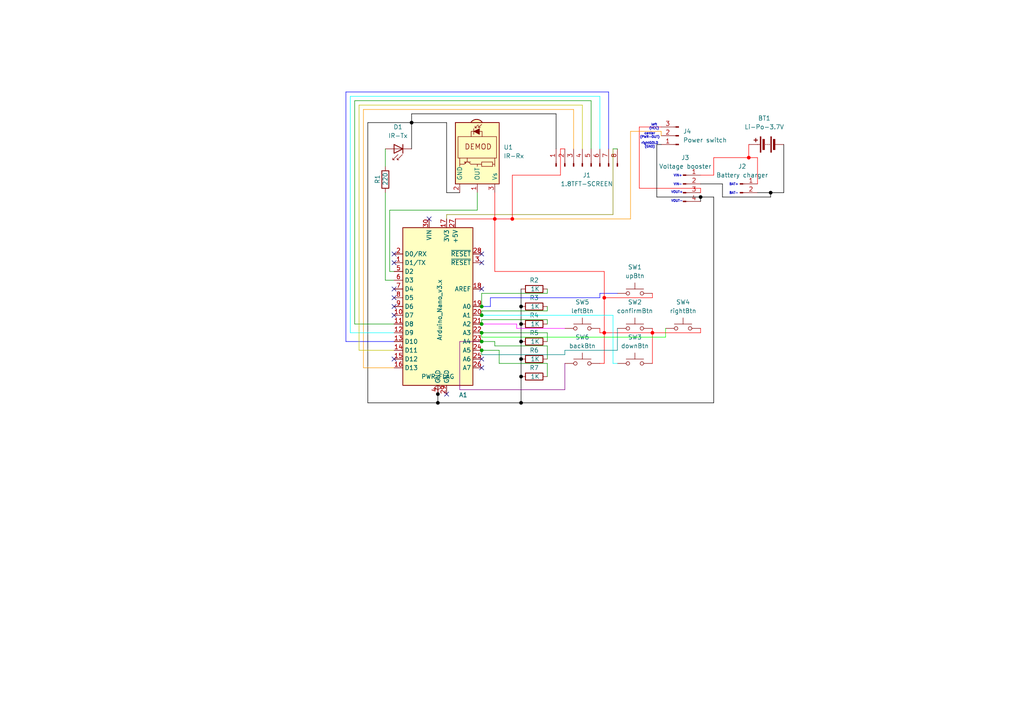
<source format=kicad_sch>
(kicad_sch
	(version 20231120)
	(generator "eeschema")
	(generator_version "8.0")
	(uuid "9a3c0728-b48a-4712-b18d-a1c31fc15469")
	(paper "A4")
	(lib_symbols
		(symbol "Connector:Conn_01x02_Pin"
			(pin_names
				(offset 1.016) hide)
			(exclude_from_sim no)
			(in_bom yes)
			(on_board yes)
			(property "Reference" "J"
				(at 0 2.54 0)
				(effects
					(font
						(size 1.27 1.27)
					)
				)
			)
			(property "Value" "Conn_01x02_Pin"
				(at 0 -5.08 0)
				(effects
					(font
						(size 1.27 1.27)
					)
				)
			)
			(property "Footprint" ""
				(at 0 0 0)
				(effects
					(font
						(size 1.27 1.27)
					)
					(hide yes)
				)
			)
			(property "Datasheet" "~"
				(at 0 0 0)
				(effects
					(font
						(size 1.27 1.27)
					)
					(hide yes)
				)
			)
			(property "Description" "Generic connector, single row, 01x02, script generated"
				(at 0 0 0)
				(effects
					(font
						(size 1.27 1.27)
					)
					(hide yes)
				)
			)
			(property "ki_locked" ""
				(at 0 0 0)
				(effects
					(font
						(size 1.27 1.27)
					)
				)
			)
			(property "ki_keywords" "connector"
				(at 0 0 0)
				(effects
					(font
						(size 1.27 1.27)
					)
					(hide yes)
				)
			)
			(property "ki_fp_filters" "Connector*:*_1x??_*"
				(at 0 0 0)
				(effects
					(font
						(size 1.27 1.27)
					)
					(hide yes)
				)
			)
			(symbol "Conn_01x02_Pin_1_1"
				(polyline
					(pts
						(xy 1.27 -2.54) (xy 0.8636 -2.54)
					)
					(stroke
						(width 0.1524)
						(type default)
					)
					(fill
						(type none)
					)
				)
				(polyline
					(pts
						(xy 1.27 0) (xy 0.8636 0)
					)
					(stroke
						(width 0.1524)
						(type default)
					)
					(fill
						(type none)
					)
				)
				(rectangle
					(start 0.8636 -2.413)
					(end 0 -2.667)
					(stroke
						(width 0.1524)
						(type default)
					)
					(fill
						(type outline)
					)
				)
				(rectangle
					(start 0.8636 0.127)
					(end 0 -0.127)
					(stroke
						(width 0.1524)
						(type default)
					)
					(fill
						(type outline)
					)
				)
				(pin passive line
					(at 5.08 0 180)
					(length 3.81)
					(name "Pin_1"
						(effects
							(font
								(size 1.27 1.27)
							)
						)
					)
					(number "1"
						(effects
							(font
								(size 1.27 1.27)
							)
						)
					)
				)
				(pin passive line
					(at 5.08 -2.54 180)
					(length 3.81)
					(name "Pin_2"
						(effects
							(font
								(size 1.27 1.27)
							)
						)
					)
					(number "2"
						(effects
							(font
								(size 1.27 1.27)
							)
						)
					)
				)
			)
		)
		(symbol "Connector:Conn_01x03_Pin"
			(pin_names
				(offset 1.016) hide)
			(exclude_from_sim no)
			(in_bom yes)
			(on_board yes)
			(property "Reference" "J"
				(at 0 5.08 0)
				(effects
					(font
						(size 1.27 1.27)
					)
				)
			)
			(property "Value" "Conn_01x03_Pin"
				(at 0 -5.08 0)
				(effects
					(font
						(size 1.27 1.27)
					)
				)
			)
			(property "Footprint" ""
				(at 0 0 0)
				(effects
					(font
						(size 1.27 1.27)
					)
					(hide yes)
				)
			)
			(property "Datasheet" "~"
				(at 0 0 0)
				(effects
					(font
						(size 1.27 1.27)
					)
					(hide yes)
				)
			)
			(property "Description" "Generic connector, single row, 01x03, script generated"
				(at 0 0 0)
				(effects
					(font
						(size 1.27 1.27)
					)
					(hide yes)
				)
			)
			(property "ki_locked" ""
				(at 0 0 0)
				(effects
					(font
						(size 1.27 1.27)
					)
				)
			)
			(property "ki_keywords" "connector"
				(at 0 0 0)
				(effects
					(font
						(size 1.27 1.27)
					)
					(hide yes)
				)
			)
			(property "ki_fp_filters" "Connector*:*_1x??_*"
				(at 0 0 0)
				(effects
					(font
						(size 1.27 1.27)
					)
					(hide yes)
				)
			)
			(symbol "Conn_01x03_Pin_1_1"
				(polyline
					(pts
						(xy 1.27 -2.54) (xy 0.8636 -2.54)
					)
					(stroke
						(width 0.1524)
						(type default)
					)
					(fill
						(type none)
					)
				)
				(polyline
					(pts
						(xy 1.27 0) (xy 0.8636 0)
					)
					(stroke
						(width 0.1524)
						(type default)
					)
					(fill
						(type none)
					)
				)
				(polyline
					(pts
						(xy 1.27 2.54) (xy 0.8636 2.54)
					)
					(stroke
						(width 0.1524)
						(type default)
					)
					(fill
						(type none)
					)
				)
				(rectangle
					(start 0.8636 -2.413)
					(end 0 -2.667)
					(stroke
						(width 0.1524)
						(type default)
					)
					(fill
						(type outline)
					)
				)
				(rectangle
					(start 0.8636 0.127)
					(end 0 -0.127)
					(stroke
						(width 0.1524)
						(type default)
					)
					(fill
						(type outline)
					)
				)
				(rectangle
					(start 0.8636 2.667)
					(end 0 2.413)
					(stroke
						(width 0.1524)
						(type default)
					)
					(fill
						(type outline)
					)
				)
				(pin passive line
					(at 5.08 2.54 180)
					(length 3.81)
					(name "Pin_1"
						(effects
							(font
								(size 1.27 1.27)
							)
						)
					)
					(number "1"
						(effects
							(font
								(size 1.27 1.27)
							)
						)
					)
				)
				(pin passive line
					(at 5.08 0 180)
					(length 3.81)
					(name "Pin_2"
						(effects
							(font
								(size 1.27 1.27)
							)
						)
					)
					(number "2"
						(effects
							(font
								(size 1.27 1.27)
							)
						)
					)
				)
				(pin passive line
					(at 5.08 -2.54 180)
					(length 3.81)
					(name "Pin_3"
						(effects
							(font
								(size 1.27 1.27)
							)
						)
					)
					(number "3"
						(effects
							(font
								(size 1.27 1.27)
							)
						)
					)
				)
			)
		)
		(symbol "Connector:Conn_01x04_Pin"
			(pin_names
				(offset 1.016) hide)
			(exclude_from_sim no)
			(in_bom yes)
			(on_board yes)
			(property "Reference" "J"
				(at 0 5.08 0)
				(effects
					(font
						(size 1.27 1.27)
					)
				)
			)
			(property "Value" "Conn_01x04_Pin"
				(at 0 -7.62 0)
				(effects
					(font
						(size 1.27 1.27)
					)
				)
			)
			(property "Footprint" ""
				(at 0 0 0)
				(effects
					(font
						(size 1.27 1.27)
					)
					(hide yes)
				)
			)
			(property "Datasheet" "~"
				(at 0 0 0)
				(effects
					(font
						(size 1.27 1.27)
					)
					(hide yes)
				)
			)
			(property "Description" "Generic connector, single row, 01x04, script generated"
				(at 0 0 0)
				(effects
					(font
						(size 1.27 1.27)
					)
					(hide yes)
				)
			)
			(property "ki_locked" ""
				(at 0 0 0)
				(effects
					(font
						(size 1.27 1.27)
					)
				)
			)
			(property "ki_keywords" "connector"
				(at 0 0 0)
				(effects
					(font
						(size 1.27 1.27)
					)
					(hide yes)
				)
			)
			(property "ki_fp_filters" "Connector*:*_1x??_*"
				(at 0 0 0)
				(effects
					(font
						(size 1.27 1.27)
					)
					(hide yes)
				)
			)
			(symbol "Conn_01x04_Pin_1_1"
				(polyline
					(pts
						(xy 1.27 -5.08) (xy 0.8636 -5.08)
					)
					(stroke
						(width 0.1524)
						(type default)
					)
					(fill
						(type none)
					)
				)
				(polyline
					(pts
						(xy 1.27 -2.54) (xy 0.8636 -2.54)
					)
					(stroke
						(width 0.1524)
						(type default)
					)
					(fill
						(type none)
					)
				)
				(polyline
					(pts
						(xy 1.27 0) (xy 0.8636 0)
					)
					(stroke
						(width 0.1524)
						(type default)
					)
					(fill
						(type none)
					)
				)
				(polyline
					(pts
						(xy 1.27 2.54) (xy 0.8636 2.54)
					)
					(stroke
						(width 0.1524)
						(type default)
					)
					(fill
						(type none)
					)
				)
				(rectangle
					(start 0.8636 -4.953)
					(end 0 -5.207)
					(stroke
						(width 0.1524)
						(type default)
					)
					(fill
						(type outline)
					)
				)
				(rectangle
					(start 0.8636 -2.413)
					(end 0 -2.667)
					(stroke
						(width 0.1524)
						(type default)
					)
					(fill
						(type outline)
					)
				)
				(rectangle
					(start 0.8636 0.127)
					(end 0 -0.127)
					(stroke
						(width 0.1524)
						(type default)
					)
					(fill
						(type outline)
					)
				)
				(rectangle
					(start 0.8636 2.667)
					(end 0 2.413)
					(stroke
						(width 0.1524)
						(type default)
					)
					(fill
						(type outline)
					)
				)
				(pin passive line
					(at 5.08 2.54 180)
					(length 3.81)
					(name "Pin_1"
						(effects
							(font
								(size 1.27 1.27)
							)
						)
					)
					(number "1"
						(effects
							(font
								(size 1.27 1.27)
							)
						)
					)
				)
				(pin passive line
					(at 5.08 0 180)
					(length 3.81)
					(name "Pin_2"
						(effects
							(font
								(size 1.27 1.27)
							)
						)
					)
					(number "2"
						(effects
							(font
								(size 1.27 1.27)
							)
						)
					)
				)
				(pin passive line
					(at 5.08 -2.54 180)
					(length 3.81)
					(name "Pin_3"
						(effects
							(font
								(size 1.27 1.27)
							)
						)
					)
					(number "3"
						(effects
							(font
								(size 1.27 1.27)
							)
						)
					)
				)
				(pin passive line
					(at 5.08 -5.08 180)
					(length 3.81)
					(name "Pin_4"
						(effects
							(font
								(size 1.27 1.27)
							)
						)
					)
					(number "4"
						(effects
							(font
								(size 1.27 1.27)
							)
						)
					)
				)
			)
		)
		(symbol "Connector:Conn_01x08_Pin"
			(pin_names
				(offset 1.016) hide)
			(exclude_from_sim no)
			(in_bom yes)
			(on_board yes)
			(property "Reference" "J"
				(at 0 10.16 0)
				(effects
					(font
						(size 1.27 1.27)
					)
				)
			)
			(property "Value" "Conn_01x08_Pin"
				(at 0 -12.7 0)
				(effects
					(font
						(size 1.27 1.27)
					)
				)
			)
			(property "Footprint" ""
				(at 0 0 0)
				(effects
					(font
						(size 1.27 1.27)
					)
					(hide yes)
				)
			)
			(property "Datasheet" "~"
				(at 0 0 0)
				(effects
					(font
						(size 1.27 1.27)
					)
					(hide yes)
				)
			)
			(property "Description" "Generic connector, single row, 01x08, script generated"
				(at 0 0 0)
				(effects
					(font
						(size 1.27 1.27)
					)
					(hide yes)
				)
			)
			(property "ki_locked" ""
				(at 0 0 0)
				(effects
					(font
						(size 1.27 1.27)
					)
				)
			)
			(property "ki_keywords" "connector"
				(at 0 0 0)
				(effects
					(font
						(size 1.27 1.27)
					)
					(hide yes)
				)
			)
			(property "ki_fp_filters" "Connector*:*_1x??_*"
				(at 0 0 0)
				(effects
					(font
						(size 1.27 1.27)
					)
					(hide yes)
				)
			)
			(symbol "Conn_01x08_Pin_1_1"
				(polyline
					(pts
						(xy 1.27 -10.16) (xy 0.8636 -10.16)
					)
					(stroke
						(width 0.1524)
						(type default)
					)
					(fill
						(type none)
					)
				)
				(polyline
					(pts
						(xy 1.27 -7.62) (xy 0.8636 -7.62)
					)
					(stroke
						(width 0.1524)
						(type default)
					)
					(fill
						(type none)
					)
				)
				(polyline
					(pts
						(xy 1.27 -5.08) (xy 0.8636 -5.08)
					)
					(stroke
						(width 0.1524)
						(type default)
					)
					(fill
						(type none)
					)
				)
				(polyline
					(pts
						(xy 1.27 -2.54) (xy 0.8636 -2.54)
					)
					(stroke
						(width 0.1524)
						(type default)
					)
					(fill
						(type none)
					)
				)
				(polyline
					(pts
						(xy 1.27 0) (xy 0.8636 0)
					)
					(stroke
						(width 0.1524)
						(type default)
					)
					(fill
						(type none)
					)
				)
				(polyline
					(pts
						(xy 1.27 2.54) (xy 0.8636 2.54)
					)
					(stroke
						(width 0.1524)
						(type default)
					)
					(fill
						(type none)
					)
				)
				(polyline
					(pts
						(xy 1.27 5.08) (xy 0.8636 5.08)
					)
					(stroke
						(width 0.1524)
						(type default)
					)
					(fill
						(type none)
					)
				)
				(polyline
					(pts
						(xy 1.27 7.62) (xy 0.8636 7.62)
					)
					(stroke
						(width 0.1524)
						(type default)
					)
					(fill
						(type none)
					)
				)
				(rectangle
					(start 0.8636 -10.033)
					(end 0 -10.287)
					(stroke
						(width 0.1524)
						(type default)
					)
					(fill
						(type outline)
					)
				)
				(rectangle
					(start 0.8636 -7.493)
					(end 0 -7.747)
					(stroke
						(width 0.1524)
						(type default)
					)
					(fill
						(type outline)
					)
				)
				(rectangle
					(start 0.8636 -4.953)
					(end 0 -5.207)
					(stroke
						(width 0.1524)
						(type default)
					)
					(fill
						(type outline)
					)
				)
				(rectangle
					(start 0.8636 -2.413)
					(end 0 -2.667)
					(stroke
						(width 0.1524)
						(type default)
					)
					(fill
						(type outline)
					)
				)
				(rectangle
					(start 0.8636 0.127)
					(end 0 -0.127)
					(stroke
						(width 0.1524)
						(type default)
					)
					(fill
						(type outline)
					)
				)
				(rectangle
					(start 0.8636 2.667)
					(end 0 2.413)
					(stroke
						(width 0.1524)
						(type default)
					)
					(fill
						(type outline)
					)
				)
				(rectangle
					(start 0.8636 5.207)
					(end 0 4.953)
					(stroke
						(width 0.1524)
						(type default)
					)
					(fill
						(type outline)
					)
				)
				(rectangle
					(start 0.8636 7.747)
					(end 0 7.493)
					(stroke
						(width 0.1524)
						(type default)
					)
					(fill
						(type outline)
					)
				)
				(pin passive line
					(at 5.08 7.62 180)
					(length 3.81)
					(name "Pin_1"
						(effects
							(font
								(size 1.27 1.27)
							)
						)
					)
					(number "1"
						(effects
							(font
								(size 1.27 1.27)
							)
						)
					)
				)
				(pin passive line
					(at 5.08 5.08 180)
					(length 3.81)
					(name "Pin_2"
						(effects
							(font
								(size 1.27 1.27)
							)
						)
					)
					(number "2"
						(effects
							(font
								(size 1.27 1.27)
							)
						)
					)
				)
				(pin passive line
					(at 5.08 2.54 180)
					(length 3.81)
					(name "Pin_3"
						(effects
							(font
								(size 1.27 1.27)
							)
						)
					)
					(number "3"
						(effects
							(font
								(size 1.27 1.27)
							)
						)
					)
				)
				(pin passive line
					(at 5.08 0 180)
					(length 3.81)
					(name "Pin_4"
						(effects
							(font
								(size 1.27 1.27)
							)
						)
					)
					(number "4"
						(effects
							(font
								(size 1.27 1.27)
							)
						)
					)
				)
				(pin passive line
					(at 5.08 -2.54 180)
					(length 3.81)
					(name "Pin_5"
						(effects
							(font
								(size 1.27 1.27)
							)
						)
					)
					(number "5"
						(effects
							(font
								(size 1.27 1.27)
							)
						)
					)
				)
				(pin passive line
					(at 5.08 -5.08 180)
					(length 3.81)
					(name "Pin_6"
						(effects
							(font
								(size 1.27 1.27)
							)
						)
					)
					(number "6"
						(effects
							(font
								(size 1.27 1.27)
							)
						)
					)
				)
				(pin passive line
					(at 5.08 -7.62 180)
					(length 3.81)
					(name "Pin_7"
						(effects
							(font
								(size 1.27 1.27)
							)
						)
					)
					(number "7"
						(effects
							(font
								(size 1.27 1.27)
							)
						)
					)
				)
				(pin passive line
					(at 5.08 -10.16 180)
					(length 3.81)
					(name "Pin_8"
						(effects
							(font
								(size 1.27 1.27)
							)
						)
					)
					(number "8"
						(effects
							(font
								(size 1.27 1.27)
							)
						)
					)
				)
			)
		)
		(symbol "Device:Battery"
			(pin_numbers hide)
			(pin_names
				(offset 0) hide)
			(exclude_from_sim no)
			(in_bom yes)
			(on_board yes)
			(property "Reference" "BT"
				(at 2.54 2.54 0)
				(effects
					(font
						(size 1.27 1.27)
					)
					(justify left)
				)
			)
			(property "Value" "Battery"
				(at 2.54 0 0)
				(effects
					(font
						(size 1.27 1.27)
					)
					(justify left)
				)
			)
			(property "Footprint" ""
				(at 0 1.524 90)
				(effects
					(font
						(size 1.27 1.27)
					)
					(hide yes)
				)
			)
			(property "Datasheet" "~"
				(at 0 1.524 90)
				(effects
					(font
						(size 1.27 1.27)
					)
					(hide yes)
				)
			)
			(property "Description" "Multiple-cell battery"
				(at 0 0 0)
				(effects
					(font
						(size 1.27 1.27)
					)
					(hide yes)
				)
			)
			(property "ki_keywords" "batt voltage-source cell"
				(at 0 0 0)
				(effects
					(font
						(size 1.27 1.27)
					)
					(hide yes)
				)
			)
			(symbol "Battery_0_1"
				(rectangle
					(start -2.286 -1.27)
					(end 2.286 -1.524)
					(stroke
						(width 0)
						(type default)
					)
					(fill
						(type outline)
					)
				)
				(rectangle
					(start -2.286 1.778)
					(end 2.286 1.524)
					(stroke
						(width 0)
						(type default)
					)
					(fill
						(type outline)
					)
				)
				(rectangle
					(start -1.524 -2.032)
					(end 1.524 -2.54)
					(stroke
						(width 0)
						(type default)
					)
					(fill
						(type outline)
					)
				)
				(rectangle
					(start -1.524 1.016)
					(end 1.524 0.508)
					(stroke
						(width 0)
						(type default)
					)
					(fill
						(type outline)
					)
				)
				(polyline
					(pts
						(xy 0 -1.016) (xy 0 -0.762)
					)
					(stroke
						(width 0)
						(type default)
					)
					(fill
						(type none)
					)
				)
				(polyline
					(pts
						(xy 0 -0.508) (xy 0 -0.254)
					)
					(stroke
						(width 0)
						(type default)
					)
					(fill
						(type none)
					)
				)
				(polyline
					(pts
						(xy 0 0) (xy 0 0.254)
					)
					(stroke
						(width 0)
						(type default)
					)
					(fill
						(type none)
					)
				)
				(polyline
					(pts
						(xy 0 1.778) (xy 0 2.54)
					)
					(stroke
						(width 0)
						(type default)
					)
					(fill
						(type none)
					)
				)
				(polyline
					(pts
						(xy 0.762 3.048) (xy 1.778 3.048)
					)
					(stroke
						(width 0.254)
						(type default)
					)
					(fill
						(type none)
					)
				)
				(polyline
					(pts
						(xy 1.27 3.556) (xy 1.27 2.54)
					)
					(stroke
						(width 0.254)
						(type default)
					)
					(fill
						(type none)
					)
				)
			)
			(symbol "Battery_1_1"
				(pin passive line
					(at 0 5.08 270)
					(length 2.54)
					(name "+"
						(effects
							(font
								(size 1.27 1.27)
							)
						)
					)
					(number "1"
						(effects
							(font
								(size 1.27 1.27)
							)
						)
					)
				)
				(pin passive line
					(at 0 -5.08 90)
					(length 2.54)
					(name "-"
						(effects
							(font
								(size 1.27 1.27)
							)
						)
					)
					(number "2"
						(effects
							(font
								(size 1.27 1.27)
							)
						)
					)
				)
			)
		)
		(symbol "Device:R"
			(pin_numbers hide)
			(pin_names
				(offset 0)
			)
			(exclude_from_sim no)
			(in_bom yes)
			(on_board yes)
			(property "Reference" "R"
				(at 2.032 0 90)
				(effects
					(font
						(size 1.27 1.27)
					)
				)
			)
			(property "Value" "R"
				(at 0 0 90)
				(effects
					(font
						(size 1.27 1.27)
					)
				)
			)
			(property "Footprint" ""
				(at -1.778 0 90)
				(effects
					(font
						(size 1.27 1.27)
					)
					(hide yes)
				)
			)
			(property "Datasheet" "~"
				(at 0 0 0)
				(effects
					(font
						(size 1.27 1.27)
					)
					(hide yes)
				)
			)
			(property "Description" "Resistor"
				(at 0 0 0)
				(effects
					(font
						(size 1.27 1.27)
					)
					(hide yes)
				)
			)
			(property "ki_keywords" "R res resistor"
				(at 0 0 0)
				(effects
					(font
						(size 1.27 1.27)
					)
					(hide yes)
				)
			)
			(property "ki_fp_filters" "R_*"
				(at 0 0 0)
				(effects
					(font
						(size 1.27 1.27)
					)
					(hide yes)
				)
			)
			(symbol "R_0_1"
				(rectangle
					(start -1.016 -2.54)
					(end 1.016 2.54)
					(stroke
						(width 0.254)
						(type default)
					)
					(fill
						(type none)
					)
				)
			)
			(symbol "R_1_1"
				(pin passive line
					(at 0 3.81 270)
					(length 1.27)
					(name "~"
						(effects
							(font
								(size 1.27 1.27)
							)
						)
					)
					(number "1"
						(effects
							(font
								(size 1.27 1.27)
							)
						)
					)
				)
				(pin passive line
					(at 0 -3.81 90)
					(length 1.27)
					(name "~"
						(effects
							(font
								(size 1.27 1.27)
							)
						)
					)
					(number "2"
						(effects
							(font
								(size 1.27 1.27)
							)
						)
					)
				)
			)
		)
		(symbol "Interface_Optical:TSDP341xx"
			(pin_names
				(offset 1.016)
			)
			(exclude_from_sim no)
			(in_bom yes)
			(on_board yes)
			(property "Reference" "U"
				(at -10.16 7.62 0)
				(effects
					(font
						(size 1.27 1.27)
					)
					(justify left)
				)
			)
			(property "Value" "TSDP341xx"
				(at -10.16 -7.62 0)
				(effects
					(font
						(size 1.27 1.27)
					)
					(justify left)
				)
			)
			(property "Footprint" "OptoDevice:Vishay_MOLD-3Pin"
				(at -1.27 -9.525 0)
				(effects
					(font
						(size 1.27 1.27)
					)
					(hide yes)
				)
			)
			(property "Datasheet" "http://www.vishay.com/docs/82667/tsdp341.pdf"
				(at 16.51 7.62 0)
				(effects
					(font
						(size 1.27 1.27)
					)
					(hide yes)
				)
			)
			(property "Description" "IR Receiver Modules for Data Transmission"
				(at 0 0 0)
				(effects
					(font
						(size 1.27 1.27)
					)
					(hide yes)
				)
			)
			(property "ki_keywords" "opto IR receiver"
				(at 0 0 0)
				(effects
					(font
						(size 1.27 1.27)
					)
					(hide yes)
				)
			)
			(property "ki_fp_filters" "Vishay*MOLD*"
				(at 0 0 0)
				(effects
					(font
						(size 1.27 1.27)
					)
					(hide yes)
				)
			)
			(symbol "TSDP341xx_0_0"
				(arc
					(start -10.287 1.397)
					(mid -11.0899 -0.1852)
					(end -10.287 -1.778)
					(stroke
						(width 0.254)
						(type default)
					)
					(fill
						(type background)
					)
				)
				(polyline
					(pts
						(xy 1.905 -5.08) (xy 0.127 -5.08)
					)
					(stroke
						(width 0)
						(type default)
					)
					(fill
						(type none)
					)
				)
				(polyline
					(pts
						(xy 1.905 5.08) (xy 0.127 5.08)
					)
					(stroke
						(width 0)
						(type default)
					)
					(fill
						(type none)
					)
				)
				(text "DEMOD"
					(at -3.175 0.254 900)
					(effects
						(font
							(size 1.524 1.524)
						)
					)
				)
			)
			(symbol "TSDP341xx_0_1"
				(rectangle
					(start -6.096 5.588)
					(end 0.127 -5.588)
					(stroke
						(width 0)
						(type default)
					)
					(fill
						(type none)
					)
				)
				(polyline
					(pts
						(xy -8.763 0.381) (xy -9.652 1.27)
					)
					(stroke
						(width 0)
						(type default)
					)
					(fill
						(type none)
					)
				)
				(polyline
					(pts
						(xy -8.763 0.381) (xy -9.271 0.381)
					)
					(stroke
						(width 0)
						(type default)
					)
					(fill
						(type none)
					)
				)
				(polyline
					(pts
						(xy -8.763 0.381) (xy -8.763 0.889)
					)
					(stroke
						(width 0)
						(type default)
					)
					(fill
						(type none)
					)
				)
				(polyline
					(pts
						(xy -8.636 -0.635) (xy -9.525 0.254)
					)
					(stroke
						(width 0)
						(type default)
					)
					(fill
						(type none)
					)
				)
				(polyline
					(pts
						(xy -8.636 -0.635) (xy -9.144 -0.635)
					)
					(stroke
						(width 0)
						(type default)
					)
					(fill
						(type none)
					)
				)
				(polyline
					(pts
						(xy -8.636 -0.635) (xy -8.636 -0.127)
					)
					(stroke
						(width 0)
						(type default)
					)
					(fill
						(type none)
					)
				)
				(polyline
					(pts
						(xy -8.382 -1.016) (xy -6.731 -1.016)
					)
					(stroke
						(width 0)
						(type default)
					)
					(fill
						(type none)
					)
				)
				(polyline
					(pts
						(xy 1.27 -2.921) (xy 0.127 -2.921)
					)
					(stroke
						(width 0)
						(type default)
					)
					(fill
						(type none)
					)
				)
				(polyline
					(pts
						(xy 1.27 -1.905) (xy 1.27 -3.81)
					)
					(stroke
						(width 0)
						(type default)
					)
					(fill
						(type none)
					)
				)
				(polyline
					(pts
						(xy 1.397 -3.556) (xy 1.524 -3.556)
					)
					(stroke
						(width 0)
						(type default)
					)
					(fill
						(type none)
					)
				)
				(polyline
					(pts
						(xy 1.651 -3.556) (xy 1.524 -3.556)
					)
					(stroke
						(width 0)
						(type default)
					)
					(fill
						(type none)
					)
				)
				(polyline
					(pts
						(xy 1.651 -3.556) (xy 1.651 -3.302)
					)
					(stroke
						(width 0)
						(type default)
					)
					(fill
						(type none)
					)
				)
				(polyline
					(pts
						(xy 1.905 0) (xy 1.905 1.27)
					)
					(stroke
						(width 0)
						(type default)
					)
					(fill
						(type none)
					)
				)
				(polyline
					(pts
						(xy 1.905 4.445) (xy 1.905 5.08) (xy 2.54 5.08)
					)
					(stroke
						(width 0)
						(type default)
					)
					(fill
						(type none)
					)
				)
				(polyline
					(pts
						(xy -8.382 0.635) (xy -6.731 0.635) (xy -7.62 -1.016) (xy -8.382 0.635)
					)
					(stroke
						(width 0)
						(type default)
					)
					(fill
						(type outline)
					)
				)
				(polyline
					(pts
						(xy -6.096 1.397) (xy -7.62 1.397) (xy -7.62 -1.778) (xy -6.096 -1.778)
					)
					(stroke
						(width 0)
						(type default)
					)
					(fill
						(type none)
					)
				)
				(polyline
					(pts
						(xy 1.27 -3.175) (xy 1.905 -3.81) (xy 1.905 -5.08) (xy 2.54 -5.08)
					)
					(stroke
						(width 0)
						(type default)
					)
					(fill
						(type none)
					)
				)
				(polyline
					(pts
						(xy 1.27 -2.54) (xy 1.905 -1.905) (xy 1.905 0) (xy 2.54 0)
					)
					(stroke
						(width 0)
						(type default)
					)
					(fill
						(type none)
					)
				)
				(rectangle
					(start 2.54 1.27)
					(end 1.27 4.445)
					(stroke
						(width 0)
						(type default)
					)
					(fill
						(type none)
					)
				)
				(rectangle
					(start 7.62 6.35)
					(end -10.16 -6.35)
					(stroke
						(width 0.254)
						(type default)
					)
					(fill
						(type background)
					)
				)
			)
			(symbol "TSDP341xx_1_1"
				(pin output line
					(at 10.16 0 180)
					(length 2.54)
					(name "OUT"
						(effects
							(font
								(size 1.27 1.27)
							)
						)
					)
					(number "1"
						(effects
							(font
								(size 1.27 1.27)
							)
						)
					)
				)
				(pin power_in line
					(at 10.16 -5.08 180)
					(length 2.54)
					(name "GND"
						(effects
							(font
								(size 1.27 1.27)
							)
						)
					)
					(number "2"
						(effects
							(font
								(size 1.27 1.27)
							)
						)
					)
				)
				(pin power_in line
					(at 10.16 5.08 180)
					(length 2.54)
					(name "Vs"
						(effects
							(font
								(size 1.27 1.27)
							)
						)
					)
					(number "3"
						(effects
							(font
								(size 1.27 1.27)
							)
						)
					)
				)
			)
		)
		(symbol "LED:LD271"
			(pin_numbers hide)
			(pin_names
				(offset 1.016) hide)
			(exclude_from_sim no)
			(in_bom yes)
			(on_board yes)
			(property "Reference" "D"
				(at 0.508 1.778 0)
				(effects
					(font
						(size 1.27 1.27)
					)
					(justify left)
				)
			)
			(property "Value" "LD271"
				(at -1.016 -2.794 0)
				(effects
					(font
						(size 1.27 1.27)
					)
				)
			)
			(property "Footprint" "LED_THT:LED_D5.0mm_IRGrey"
				(at 0 4.445 0)
				(effects
					(font
						(size 1.27 1.27)
					)
					(hide yes)
				)
			)
			(property "Datasheet" "http://www.alliedelec.com/m/d/40788c34903a719969df15f1fbea1056.pdf"
				(at -1.27 0 0)
				(effects
					(font
						(size 1.27 1.27)
					)
					(hide yes)
				)
			)
			(property "Description" "940nm IR-LED, 5mm"
				(at 0 0 0)
				(effects
					(font
						(size 1.27 1.27)
					)
					(hide yes)
				)
			)
			(property "ki_keywords" "IR LED"
				(at 0 0 0)
				(effects
					(font
						(size 1.27 1.27)
					)
					(hide yes)
				)
			)
			(property "ki_fp_filters" "LED*5.0mm*IRGrey*"
				(at 0 0 0)
				(effects
					(font
						(size 1.27 1.27)
					)
					(hide yes)
				)
			)
			(symbol "LD271_0_1"
				(polyline
					(pts
						(xy -2.54 1.27) (xy -2.54 -1.27)
					)
					(stroke
						(width 0.254)
						(type default)
					)
					(fill
						(type none)
					)
				)
				(polyline
					(pts
						(xy 0 0) (xy -2.54 0)
					)
					(stroke
						(width 0)
						(type default)
					)
					(fill
						(type none)
					)
				)
				(polyline
					(pts
						(xy 0.381 3.175) (xy -0.127 3.175)
					)
					(stroke
						(width 0)
						(type default)
					)
					(fill
						(type none)
					)
				)
				(polyline
					(pts
						(xy -1.143 1.651) (xy 0.381 3.175) (xy 0.381 2.667)
					)
					(stroke
						(width 0)
						(type default)
					)
					(fill
						(type none)
					)
				)
				(polyline
					(pts
						(xy 0 -1.27) (xy -2.54 0) (xy 0 1.27) (xy 0 -1.27)
					)
					(stroke
						(width 0.254)
						(type default)
					)
					(fill
						(type none)
					)
				)
				(polyline
					(pts
						(xy -2.413 1.651) (xy -0.889 3.175) (xy -0.889 2.667) (xy -0.889 3.175) (xy -1.397 3.175)
					)
					(stroke
						(width 0)
						(type default)
					)
					(fill
						(type none)
					)
				)
			)
			(symbol "LD271_1_1"
				(pin passive line
					(at -5.08 0 0)
					(length 2.54)
					(name "K"
						(effects
							(font
								(size 1.27 1.27)
							)
						)
					)
					(number "1"
						(effects
							(font
								(size 1.27 1.27)
							)
						)
					)
				)
				(pin passive line
					(at 2.54 0 180)
					(length 2.54)
					(name "A"
						(effects
							(font
								(size 1.27 1.27)
							)
						)
					)
					(number "2"
						(effects
							(font
								(size 1.27 1.27)
							)
						)
					)
				)
			)
		)
		(symbol "MCU_Module:Arduino_Nano_v3.x"
			(exclude_from_sim no)
			(in_bom yes)
			(on_board yes)
			(property "Reference" "A"
				(at -10.16 23.495 0)
				(effects
					(font
						(size 1.27 1.27)
					)
					(justify left bottom)
				)
			)
			(property "Value" "Arduino_Nano_v3.x"
				(at 5.08 -24.13 0)
				(effects
					(font
						(size 1.27 1.27)
					)
					(justify left top)
				)
			)
			(property "Footprint" "Module:Arduino_Nano"
				(at 0 0 0)
				(effects
					(font
						(size 1.27 1.27)
						(italic yes)
					)
					(hide yes)
				)
			)
			(property "Datasheet" "http://www.mouser.com/pdfdocs/Gravitech_Arduino_Nano3_0.pdf"
				(at 0 0 0)
				(effects
					(font
						(size 1.27 1.27)
					)
					(hide yes)
				)
			)
			(property "Description" "Arduino Nano v3.x"
				(at 0 0 0)
				(effects
					(font
						(size 1.27 1.27)
					)
					(hide yes)
				)
			)
			(property "ki_keywords" "Arduino nano microcontroller module USB"
				(at 0 0 0)
				(effects
					(font
						(size 1.27 1.27)
					)
					(hide yes)
				)
			)
			(property "ki_fp_filters" "Arduino*Nano*"
				(at 0 0 0)
				(effects
					(font
						(size 1.27 1.27)
					)
					(hide yes)
				)
			)
			(symbol "Arduino_Nano_v3.x_0_1"
				(rectangle
					(start -10.16 22.86)
					(end 10.16 -22.86)
					(stroke
						(width 0.254)
						(type default)
					)
					(fill
						(type background)
					)
				)
			)
			(symbol "Arduino_Nano_v3.x_1_1"
				(pin bidirectional line
					(at -12.7 12.7 0)
					(length 2.54)
					(name "D1/TX"
						(effects
							(font
								(size 1.27 1.27)
							)
						)
					)
					(number "1"
						(effects
							(font
								(size 1.27 1.27)
							)
						)
					)
				)
				(pin bidirectional line
					(at -12.7 -2.54 0)
					(length 2.54)
					(name "D7"
						(effects
							(font
								(size 1.27 1.27)
							)
						)
					)
					(number "10"
						(effects
							(font
								(size 1.27 1.27)
							)
						)
					)
				)
				(pin bidirectional line
					(at -12.7 -5.08 0)
					(length 2.54)
					(name "D8"
						(effects
							(font
								(size 1.27 1.27)
							)
						)
					)
					(number "11"
						(effects
							(font
								(size 1.27 1.27)
							)
						)
					)
				)
				(pin bidirectional line
					(at -12.7 -7.62 0)
					(length 2.54)
					(name "D9"
						(effects
							(font
								(size 1.27 1.27)
							)
						)
					)
					(number "12"
						(effects
							(font
								(size 1.27 1.27)
							)
						)
					)
				)
				(pin bidirectional line
					(at -12.7 -10.16 0)
					(length 2.54)
					(name "D10"
						(effects
							(font
								(size 1.27 1.27)
							)
						)
					)
					(number "13"
						(effects
							(font
								(size 1.27 1.27)
							)
						)
					)
				)
				(pin bidirectional line
					(at -12.7 -12.7 0)
					(length 2.54)
					(name "D11"
						(effects
							(font
								(size 1.27 1.27)
							)
						)
					)
					(number "14"
						(effects
							(font
								(size 1.27 1.27)
							)
						)
					)
				)
				(pin bidirectional line
					(at -12.7 -15.24 0)
					(length 2.54)
					(name "D12"
						(effects
							(font
								(size 1.27 1.27)
							)
						)
					)
					(number "15"
						(effects
							(font
								(size 1.27 1.27)
							)
						)
					)
				)
				(pin bidirectional line
					(at -12.7 -17.78 0)
					(length 2.54)
					(name "D13"
						(effects
							(font
								(size 1.27 1.27)
							)
						)
					)
					(number "16"
						(effects
							(font
								(size 1.27 1.27)
							)
						)
					)
				)
				(pin power_out line
					(at 2.54 25.4 270)
					(length 2.54)
					(name "3V3"
						(effects
							(font
								(size 1.27 1.27)
							)
						)
					)
					(number "17"
						(effects
							(font
								(size 1.27 1.27)
							)
						)
					)
				)
				(pin input line
					(at 12.7 5.08 180)
					(length 2.54)
					(name "AREF"
						(effects
							(font
								(size 1.27 1.27)
							)
						)
					)
					(number "18"
						(effects
							(font
								(size 1.27 1.27)
							)
						)
					)
				)
				(pin bidirectional line
					(at 12.7 0 180)
					(length 2.54)
					(name "A0"
						(effects
							(font
								(size 1.27 1.27)
							)
						)
					)
					(number "19"
						(effects
							(font
								(size 1.27 1.27)
							)
						)
					)
				)
				(pin bidirectional line
					(at -12.7 15.24 0)
					(length 2.54)
					(name "D0/RX"
						(effects
							(font
								(size 1.27 1.27)
							)
						)
					)
					(number "2"
						(effects
							(font
								(size 1.27 1.27)
							)
						)
					)
				)
				(pin bidirectional line
					(at 12.7 -2.54 180)
					(length 2.54)
					(name "A1"
						(effects
							(font
								(size 1.27 1.27)
							)
						)
					)
					(number "20"
						(effects
							(font
								(size 1.27 1.27)
							)
						)
					)
				)
				(pin bidirectional line
					(at 12.7 -5.08 180)
					(length 2.54)
					(name "A2"
						(effects
							(font
								(size 1.27 1.27)
							)
						)
					)
					(number "21"
						(effects
							(font
								(size 1.27 1.27)
							)
						)
					)
				)
				(pin bidirectional line
					(at 12.7 -7.62 180)
					(length 2.54)
					(name "A3"
						(effects
							(font
								(size 1.27 1.27)
							)
						)
					)
					(number "22"
						(effects
							(font
								(size 1.27 1.27)
							)
						)
					)
				)
				(pin bidirectional line
					(at 12.7 -10.16 180)
					(length 2.54)
					(name "A4"
						(effects
							(font
								(size 1.27 1.27)
							)
						)
					)
					(number "23"
						(effects
							(font
								(size 1.27 1.27)
							)
						)
					)
				)
				(pin bidirectional line
					(at 12.7 -12.7 180)
					(length 2.54)
					(name "A5"
						(effects
							(font
								(size 1.27 1.27)
							)
						)
					)
					(number "24"
						(effects
							(font
								(size 1.27 1.27)
							)
						)
					)
				)
				(pin bidirectional line
					(at 12.7 -15.24 180)
					(length 2.54)
					(name "A6"
						(effects
							(font
								(size 1.27 1.27)
							)
						)
					)
					(number "25"
						(effects
							(font
								(size 1.27 1.27)
							)
						)
					)
				)
				(pin bidirectional line
					(at 12.7 -17.78 180)
					(length 2.54)
					(name "A7"
						(effects
							(font
								(size 1.27 1.27)
							)
						)
					)
					(number "26"
						(effects
							(font
								(size 1.27 1.27)
							)
						)
					)
				)
				(pin power_out line
					(at 5.08 25.4 270)
					(length 2.54)
					(name "+5V"
						(effects
							(font
								(size 1.27 1.27)
							)
						)
					)
					(number "27"
						(effects
							(font
								(size 1.27 1.27)
							)
						)
					)
				)
				(pin input line
					(at 12.7 15.24 180)
					(length 2.54)
					(name "~{RESET}"
						(effects
							(font
								(size 1.27 1.27)
							)
						)
					)
					(number "28"
						(effects
							(font
								(size 1.27 1.27)
							)
						)
					)
				)
				(pin power_in line
					(at 2.54 -25.4 90)
					(length 2.54)
					(name "GND"
						(effects
							(font
								(size 1.27 1.27)
							)
						)
					)
					(number "29"
						(effects
							(font
								(size 1.27 1.27)
							)
						)
					)
				)
				(pin input line
					(at 12.7 12.7 180)
					(length 2.54)
					(name "~{RESET}"
						(effects
							(font
								(size 1.27 1.27)
							)
						)
					)
					(number "3"
						(effects
							(font
								(size 1.27 1.27)
							)
						)
					)
				)
				(pin power_in line
					(at -2.54 25.4 270)
					(length 2.54)
					(name "VIN"
						(effects
							(font
								(size 1.27 1.27)
							)
						)
					)
					(number "30"
						(effects
							(font
								(size 1.27 1.27)
							)
						)
					)
				)
				(pin power_in line
					(at 0 -25.4 90)
					(length 2.54)
					(name "GND"
						(effects
							(font
								(size 1.27 1.27)
							)
						)
					)
					(number "4"
						(effects
							(font
								(size 1.27 1.27)
							)
						)
					)
				)
				(pin bidirectional line
					(at -12.7 10.16 0)
					(length 2.54)
					(name "D2"
						(effects
							(font
								(size 1.27 1.27)
							)
						)
					)
					(number "5"
						(effects
							(font
								(size 1.27 1.27)
							)
						)
					)
				)
				(pin bidirectional line
					(at -12.7 7.62 0)
					(length 2.54)
					(name "D3"
						(effects
							(font
								(size 1.27 1.27)
							)
						)
					)
					(number "6"
						(effects
							(font
								(size 1.27 1.27)
							)
						)
					)
				)
				(pin bidirectional line
					(at -12.7 5.08 0)
					(length 2.54)
					(name "D4"
						(effects
							(font
								(size 1.27 1.27)
							)
						)
					)
					(number "7"
						(effects
							(font
								(size 1.27 1.27)
							)
						)
					)
				)
				(pin bidirectional line
					(at -12.7 2.54 0)
					(length 2.54)
					(name "D5"
						(effects
							(font
								(size 1.27 1.27)
							)
						)
					)
					(number "8"
						(effects
							(font
								(size 1.27 1.27)
							)
						)
					)
				)
				(pin bidirectional line
					(at -12.7 0 0)
					(length 2.54)
					(name "D6"
						(effects
							(font
								(size 1.27 1.27)
							)
						)
					)
					(number "9"
						(effects
							(font
								(size 1.27 1.27)
							)
						)
					)
				)
			)
		)
		(symbol "Switch:SW_MEC_5G"
			(pin_numbers hide)
			(pin_names
				(offset 1.016) hide)
			(exclude_from_sim no)
			(in_bom yes)
			(on_board yes)
			(property "Reference" "SW"
				(at 1.27 2.54 0)
				(effects
					(font
						(size 1.27 1.27)
					)
					(justify left)
				)
			)
			(property "Value" "SW_MEC_5G"
				(at 0 -1.524 0)
				(effects
					(font
						(size 1.27 1.27)
					)
				)
			)
			(property "Footprint" ""
				(at 0 5.08 0)
				(effects
					(font
						(size 1.27 1.27)
					)
					(hide yes)
				)
			)
			(property "Datasheet" "http://www.apem.com/int/index.php?controller=attachment&id_attachment=488"
				(at 0 5.08 0)
				(effects
					(font
						(size 1.27 1.27)
					)
					(hide yes)
				)
			)
			(property "Description" "MEC 5G single pole normally-open tactile switch"
				(at 0 0 0)
				(effects
					(font
						(size 1.27 1.27)
					)
					(hide yes)
				)
			)
			(property "ki_keywords" "switch normally-open pushbutton push-button"
				(at 0 0 0)
				(effects
					(font
						(size 1.27 1.27)
					)
					(hide yes)
				)
			)
			(property "ki_fp_filters" "SW*MEC*5G*"
				(at 0 0 0)
				(effects
					(font
						(size 1.27 1.27)
					)
					(hide yes)
				)
			)
			(symbol "SW_MEC_5G_0_1"
				(circle
					(center -2.032 0)
					(radius 0.508)
					(stroke
						(width 0)
						(type default)
					)
					(fill
						(type none)
					)
				)
				(polyline
					(pts
						(xy 0 1.27) (xy 0 3.048)
					)
					(stroke
						(width 0)
						(type default)
					)
					(fill
						(type none)
					)
				)
				(polyline
					(pts
						(xy 2.54 1.27) (xy -2.54 1.27)
					)
					(stroke
						(width 0)
						(type default)
					)
					(fill
						(type none)
					)
				)
				(circle
					(center 2.032 0)
					(radius 0.508)
					(stroke
						(width 0)
						(type default)
					)
					(fill
						(type none)
					)
				)
				(pin passive line
					(at -5.08 0 0)
					(length 2.54)
					(name "A"
						(effects
							(font
								(size 1.27 1.27)
							)
						)
					)
					(number "1"
						(effects
							(font
								(size 1.27 1.27)
							)
						)
					)
				)
				(pin passive line
					(at 5.08 0 180)
					(length 2.54)
					(name "B"
						(effects
							(font
								(size 1.27 1.27)
							)
						)
					)
					(number "3"
						(effects
							(font
								(size 1.27 1.27)
							)
						)
					)
				)
			)
			(symbol "SW_MEC_5G_1_1"
				(pin passive line
					(at -5.08 0 0)
					(length 2.54) hide
					(name "A"
						(effects
							(font
								(size 1.27 1.27)
							)
						)
					)
					(number "2"
						(effects
							(font
								(size 1.27 1.27)
							)
						)
					)
				)
				(pin passive line
					(at 5.08 0 180)
					(length 2.54) hide
					(name "B"
						(effects
							(font
								(size 1.27 1.27)
							)
						)
					)
					(number "4"
						(effects
							(font
								(size 1.27 1.27)
							)
						)
					)
				)
			)
		)
		(symbol "power:PWR_FLAG"
			(power)
			(pin_numbers hide)
			(pin_names
				(offset 0) hide)
			(exclude_from_sim no)
			(in_bom yes)
			(on_board yes)
			(property "Reference" "#FLG"
				(at 0 1.905 0)
				(effects
					(font
						(size 1.27 1.27)
					)
					(hide yes)
				)
			)
			(property "Value" "PWR_FLAG"
				(at 0 3.81 0)
				(effects
					(font
						(size 1.27 1.27)
					)
				)
			)
			(property "Footprint" ""
				(at 0 0 0)
				(effects
					(font
						(size 1.27 1.27)
					)
					(hide yes)
				)
			)
			(property "Datasheet" "~"
				(at 0 0 0)
				(effects
					(font
						(size 1.27 1.27)
					)
					(hide yes)
				)
			)
			(property "Description" "Special symbol for telling ERC where power comes from"
				(at 0 0 0)
				(effects
					(font
						(size 1.27 1.27)
					)
					(hide yes)
				)
			)
			(property "ki_keywords" "flag power"
				(at 0 0 0)
				(effects
					(font
						(size 1.27 1.27)
					)
					(hide yes)
				)
			)
			(symbol "PWR_FLAG_0_0"
				(pin power_out line
					(at 0 0 90)
					(length 0)
					(name "~"
						(effects
							(font
								(size 1.27 1.27)
							)
						)
					)
					(number "1"
						(effects
							(font
								(size 1.27 1.27)
							)
						)
					)
				)
			)
			(symbol "PWR_FLAG_0_1"
				(polyline
					(pts
						(xy 0 0) (xy 0 1.27) (xy -1.016 1.905) (xy 0 2.54) (xy 1.016 1.905) (xy 0 1.27)
					)
					(stroke
						(width 0)
						(type default)
					)
					(fill
						(type none)
					)
				)
			)
		)
	)
	(junction
		(at 151.13 88.9)
		(diameter 0)
		(color 0 0 0 1)
		(uuid "223d892a-2892-46c9-be50-208980cca92d")
	)
	(junction
		(at 151.13 104.14)
		(diameter 0)
		(color 0 0 0 1)
		(uuid "26389159-566e-48d5-a0eb-b483856ea841")
	)
	(junction
		(at 175.26 96.52)
		(diameter 0)
		(color 255 0 0 1)
		(uuid "2a3199ee-0809-45f2-b338-5b91a4b99645")
	)
	(junction
		(at 223.52 55.88)
		(diameter 0)
		(color 0 0 0 1)
		(uuid "2ba78e40-1faa-4a0c-8b31-59a9d9b89197")
	)
	(junction
		(at 139.7 91.44)
		(diameter 0)
		(color 0 0 0 0)
		(uuid "3b9be32a-8cd0-49a1-ac32-90f58963a23b")
	)
	(junction
		(at 151.13 93.98)
		(diameter 0)
		(color 0 0 0 1)
		(uuid "43f88ba8-e73f-4340-abe6-727cfd2af111")
	)
	(junction
		(at 189.23 96.52)
		(diameter 0)
		(color 255 0 0 1)
		(uuid "441a3603-87dc-47cf-983d-df7da371b4ab")
	)
	(junction
		(at 127 116.84)
		(diameter 0)
		(color 0 0 0 1)
		(uuid "4a48001e-6c47-4de4-a69d-c03b486d8038")
	)
	(junction
		(at 139.7 96.52)
		(diameter 0)
		(color 0 0 0 0)
		(uuid "4ed9e2e1-bc47-4d4f-b645-afc826779061")
	)
	(junction
		(at 139.7 101.6)
		(diameter 0)
		(color 0 0 0 0)
		(uuid "5170ac17-5903-4049-80ee-0b0759094b52")
	)
	(junction
		(at 151.13 109.22)
		(diameter 0)
		(color 0 0 0 1)
		(uuid "5aced65b-e4a3-4cc2-9a41-8f2dfc18b686")
	)
	(junction
		(at 148.59 63.5)
		(diameter 0)
		(color 255 0 0 1)
		(uuid "7de36c5e-d53f-4dd5-a1ac-eb41e43f7ccc")
	)
	(junction
		(at 139.7 99.06)
		(diameter 0)
		(color 0 0 0 0)
		(uuid "a45048bb-cf3b-4775-9b76-185d40b8dc09")
	)
	(junction
		(at 151.13 116.84)
		(diameter 0)
		(color 0 0 0 1)
		(uuid "a481b562-e33e-48cf-beb6-b1a891b02efa")
	)
	(junction
		(at 139.7 88.9)
		(diameter 0)
		(color 0 0 0 0)
		(uuid "acd2f280-f014-4c14-aa5b-595451f7e6c0")
	)
	(junction
		(at 203.2 57.15)
		(diameter 0)
		(color 0 0 0 1)
		(uuid "bd2a751e-5241-4a2a-8f1b-44638fae3783")
	)
	(junction
		(at 151.13 99.06)
		(diameter 0)
		(color 0 0 0 1)
		(uuid "c464041c-0642-4706-8bbe-f8663f24ceff")
	)
	(junction
		(at 119.38 35.56)
		(diameter 0)
		(color 0 0 0 1)
		(uuid "c59109e4-8f3e-49db-90ae-f146a1df4502")
	)
	(junction
		(at 217.17 45.72)
		(diameter 0)
		(color 255 0 0 1)
		(uuid "d3299624-9d8a-4af6-b7e6-23675b30acbf")
	)
	(junction
		(at 127 114.3)
		(diameter 0)
		(color 0 0 0 1)
		(uuid "d4d3fbc9-4908-4eff-a7b4-d162af5a48ba")
	)
	(junction
		(at 139.7 93.98)
		(diameter 0)
		(color 0 0 0 0)
		(uuid "e74edfeb-6a08-4373-8b3d-436e4bd7b56c")
	)
	(junction
		(at 175.26 86.36)
		(diameter 0)
		(color 255 0 0 1)
		(uuid "e9b69e4a-1f71-49a7-a848-79a6c6a008c1")
	)
	(junction
		(at 143.51 63.5)
		(diameter 0)
		(color 255 0 0 1)
		(uuid "fa8d06e7-ebb2-4367-96c4-bc6f552244eb")
	)
	(no_connect
		(at 114.3 83.82)
		(uuid "10b3dfc3-6e49-4746-a89f-8a334295ac75")
	)
	(no_connect
		(at 114.3 104.14)
		(uuid "2c6caaae-2490-43e3-903a-fe3c88e55aed")
	)
	(no_connect
		(at 139.7 83.82)
		(uuid "3503e506-8b7b-43f7-894d-1b68ef272b0c")
	)
	(no_connect
		(at 139.7 76.2)
		(uuid "4f2ad73d-f11a-423b-b6c2-ab93b137fbf4")
	)
	(no_connect
		(at 114.3 86.36)
		(uuid "51624379-3db5-4bdc-a43f-e330ee10a500")
	)
	(no_connect
		(at 114.3 91.44)
		(uuid "5c528ef9-6cd9-4fae-8b0d-7e659ce94cfb")
	)
	(no_connect
		(at 114.3 76.2)
		(uuid "79560050-622b-4e83-878f-a3277b5632d2")
	)
	(no_connect
		(at 139.7 73.66)
		(uuid "8ea7a7f1-c5eb-4e4a-befd-80b5054c1218")
	)
	(no_connect
		(at 124.46 63.5)
		(uuid "8f989bd7-0a8f-4162-bd69-b46f36f0fbbb")
	)
	(no_connect
		(at 139.7 106.68)
		(uuid "d1d5a682-3435-4d2d-9f87-5e8b40bad720")
	)
	(no_connect
		(at 114.3 73.66)
		(uuid "d234eed4-1b4f-4afa-8c58-5f642c63262a")
	)
	(no_connect
		(at 129.54 114.3)
		(uuid "e8d9bdf5-ca97-48e8-b46c-846936114a05")
	)
	(no_connect
		(at 114.3 88.9)
		(uuid "ed7c8f58-f3a7-4f4c-82db-6df6cd059003")
	)
	(no_connect
		(at 139.7 104.14)
		(uuid "f07e7cac-5af3-46fc-bd5a-96aed1412c92")
	)
	(wire
		(pts
			(xy 171.45 43.18) (xy 171.45 29.21)
		)
		(stroke
			(width 0)
			(type default)
		)
		(uuid "00609c69-7cf7-497d-8668-4b1ffaf9015a")
	)
	(wire
		(pts
			(xy 175.26 86.36) (xy 189.23 86.36)
		)
		(stroke
			(width 0)
			(type default)
			(color 255 0 0 1)
		)
		(uuid "00b500fd-d4e8-480e-8752-80801fe460d8")
	)
	(wire
		(pts
			(xy 158.75 85.09) (xy 139.7 85.09)
		)
		(stroke
			(width 0)
			(type default)
		)
		(uuid "0151e53e-6a0a-40ac-b5c4-341db6adf923")
	)
	(wire
		(pts
			(xy 127 116.84) (xy 106.68 116.84)
		)
		(stroke
			(width 0)
			(type default)
			(color 0 0 0 1)
		)
		(uuid "02cc4568-f048-4c5d-82f5-3ca1d3af3ae8")
	)
	(wire
		(pts
			(xy 151.13 109.22) (xy 151.13 116.84)
		)
		(stroke
			(width 0)
			(type default)
			(color 0 0 0 1)
		)
		(uuid "05d88176-19e8-4c96-accb-db72ef45361e")
	)
	(wire
		(pts
			(xy 101.6 96.52) (xy 114.3 96.52)
		)
		(stroke
			(width 0)
			(type default)
			(color 0 255 255 1)
		)
		(uuid "060294cb-a172-437f-be2d-b025b32f75e4")
	)
	(wire
		(pts
			(xy 163.83 43.18) (xy 162.56 43.18)
		)
		(stroke
			(width 0)
			(type default)
			(color 255 0 0 1)
		)
		(uuid "0f29a0f5-5c7d-4a14-8762-2acd119c123c")
	)
	(wire
		(pts
			(xy 163.83 113.03) (xy 163.83 105.41)
		)
		(stroke
			(width 0)
			(type default)
			(color 132 0 132 1)
		)
		(uuid "111029c7-7476-4c4e-b4d0-dd825d19e122")
	)
	(wire
		(pts
			(xy 161.29 43.18) (xy 161.29 33.02)
		)
		(stroke
			(width 0)
			(type default)
			(color 0 0 0 1)
		)
		(uuid "13cc74e1-3056-4afe-b722-8c6836d0d06d")
	)
	(wire
		(pts
			(xy 203.2 54.61) (xy 185.42 54.61)
		)
		(stroke
			(width 0)
			(type default)
			(color 255 0 0 1)
		)
		(uuid "141e7036-98fd-4864-98a0-a6d8afae96bb")
	)
	(wire
		(pts
			(xy 106.68 35.56) (xy 119.38 35.56)
		)
		(stroke
			(width 0)
			(type default)
			(color 0 0 0 1)
		)
		(uuid "1450a2ec-8390-4c23-a3c5-68d6acb3e575")
	)
	(wire
		(pts
			(xy 148.59 63.5) (xy 143.51 63.5)
		)
		(stroke
			(width 0)
			(type default)
			(color 255 0 9 1)
		)
		(uuid "1494ee9b-faf5-4734-91bc-c0b90676af3e")
	)
	(wire
		(pts
			(xy 189.23 95.25) (xy 189.23 96.52)
		)
		(stroke
			(width 0)
			(type default)
			(color 255 0 0 1)
		)
		(uuid "15120442-8ab2-4ca5-bf9e-170cf229e103")
	)
	(wire
		(pts
			(xy 158.75 90.17) (xy 139.7 90.17)
		)
		(stroke
			(width 0)
			(type default)
		)
		(uuid "163c2507-46c1-4361-b14f-0ca4e8d57d79")
	)
	(wire
		(pts
			(xy 203.2 58.42) (xy 203.2 57.15)
		)
		(stroke
			(width 0)
			(type default)
			(color 0 0 0 1)
		)
		(uuid "168306e5-073a-4063-b806-bbf1252d242c")
	)
	(wire
		(pts
			(xy 102.87 29.21) (xy 102.87 93.98)
		)
		(stroke
			(width 0)
			(type default)
		)
		(uuid "16d4f05f-d23a-4d1b-b3e5-ca4b623b8265")
	)
	(wire
		(pts
			(xy 173.99 105.41) (xy 175.26 105.41)
		)
		(stroke
			(width 0)
			(type default)
			(color 255 0 0 1)
		)
		(uuid "1ac2c0eb-d04a-45ff-ac9f-74efdd95e5d0")
	)
	(wire
		(pts
			(xy 143.51 55.88) (xy 143.51 63.5)
		)
		(stroke
			(width 0)
			(type default)
			(color 255 0 0 1)
		)
		(uuid "1bd72c68-eb0d-4917-ac89-a1247c1588b7")
	)
	(wire
		(pts
			(xy 139.7 96.52) (xy 139.7 97.79)
		)
		(stroke
			(width 0)
			(type default)
			(color 0 255 0 1)
		)
		(uuid "1c1335ed-052f-4379-a012-3b7e38ad5c33")
	)
	(wire
		(pts
			(xy 227.33 55.88) (xy 227.33 41.91)
		)
		(stroke
			(width 0)
			(type default)
			(color 0 0 0 1)
		)
		(uuid "1d3fffec-dc44-4529-af5e-fcf2d1f06fe8")
	)
	(wire
		(pts
			(xy 175.26 78.74) (xy 143.51 78.74)
		)
		(stroke
			(width 0)
			(type default)
			(color 255 0 0 1)
		)
		(uuid "1d62d31d-22c0-45de-9b0a-20eba4942640")
	)
	(wire
		(pts
			(xy 177.8 43.18) (xy 177.8 62.23)
		)
		(stroke
			(width 0)
			(type default)
			(color 132 132 0 1)
		)
		(uuid "202512b3-a6a4-4dd8-9e40-5ea3dddf7ac0")
	)
	(wire
		(pts
			(xy 207.01 57.15) (xy 207.01 116.84)
		)
		(stroke
			(width 0)
			(type default)
			(color 0 0 0 1)
		)
		(uuid "21f4be90-5aa9-461a-a789-543a42c7af72")
	)
	(wire
		(pts
			(xy 113.03 78.74) (xy 114.3 78.74)
		)
		(stroke
			(width 0)
			(type default)
		)
		(uuid "2341908a-6939-4bc8-9135-cb81eb0ce475")
	)
	(wire
		(pts
			(xy 219.71 45.72) (xy 217.17 45.72)
		)
		(stroke
			(width 0)
			(type default)
			(color 255 0 0 1)
		)
		(uuid "27f2f7d6-b428-499f-9489-acc55e7b2427")
	)
	(wire
		(pts
			(xy 149.86 93.98) (xy 149.86 95.25)
		)
		(stroke
			(width 0)
			(type default)
			(color 255 0 255 1)
		)
		(uuid "29a264ee-eb3b-48d7-9789-f23295b8efeb")
	)
	(wire
		(pts
			(xy 148.59 50.8) (xy 148.59 63.5)
		)
		(stroke
			(width 0)
			(type default)
			(color 255 0 0 1)
		)
		(uuid "2ba4f612-cf67-4af4-92cc-47d4e549679c")
	)
	(wire
		(pts
			(xy 151.13 104.14) (xy 151.13 109.22)
		)
		(stroke
			(width 0)
			(type default)
			(color 0 0 0 1)
		)
		(uuid "2d25f9aa-d464-47df-9282-b63ee8409160")
	)
	(wire
		(pts
			(xy 173.99 27.94) (xy 101.6 27.94)
		)
		(stroke
			(width 0)
			(type default)
			(color 0 255 255 1)
		)
		(uuid "2d4be766-4e31-4c5e-932f-6861a992feb0")
	)
	(wire
		(pts
			(xy 111.76 81.28) (xy 114.3 81.28)
		)
		(stroke
			(width 0)
			(type default)
		)
		(uuid "2dbe3475-3757-4710-8631-39b2a72820e8")
	)
	(wire
		(pts
			(xy 151.13 99.06) (xy 151.13 104.14)
		)
		(stroke
			(width 0)
			(type default)
			(color 0 0 0 1)
		)
		(uuid "2e28bbb3-c41c-4cd8-8215-1aff5adf01bb")
	)
	(wire
		(pts
			(xy 179.07 101.6) (xy 179.07 95.25)
		)
		(stroke
			(width 0)
			(type default)
			(color 0 132 132 1)
		)
		(uuid "2f3ed550-3a9e-49d1-b42c-abd8a283cdc8")
	)
	(wire
		(pts
			(xy 129.54 62.23) (xy 129.54 63.5)
		)
		(stroke
			(width 0)
			(type default)
			(color 132 132 0 1)
		)
		(uuid "3003e354-8bb2-4f97-8298-d9b27bb6089b")
	)
	(wire
		(pts
			(xy 142.24 88.9) (xy 142.24 86.36)
		)
		(stroke
			(width 0)
			(type default)
			(color 0 0 255 1)
		)
		(uuid "33a7bd72-436f-43f2-8d71-1d40be6b847c")
	)
	(wire
		(pts
			(xy 158.75 100.33) (xy 143.51 100.33)
		)
		(stroke
			(width 0)
			(type default)
		)
		(uuid "34c8630b-87ba-490e-a1f4-7fceae6d711c")
	)
	(wire
		(pts
			(xy 133.35 55.88) (xy 129.54 55.88)
		)
		(stroke
			(width 0)
			(type default)
			(color 0 0 0 1)
		)
		(uuid "393d797f-04b7-45f1-b346-7597a2145753")
	)
	(wire
		(pts
			(xy 223.52 55.88) (xy 223.52 57.15)
		)
		(stroke
			(width 0)
			(type default)
			(color 0 0 0 1)
		)
		(uuid "39fb087e-c545-4e3c-9ae5-92ae01c53d47")
	)
	(wire
		(pts
			(xy 143.51 78.74) (xy 143.51 63.5)
		)
		(stroke
			(width 0)
			(type default)
			(color 255 0 0 1)
		)
		(uuid "3b7fde60-f458-426a-b0fb-6c2680b5e2ac")
	)
	(wire
		(pts
			(xy 143.51 100.33) (xy 143.51 99.06)
		)
		(stroke
			(width 0)
			(type default)
		)
		(uuid "3c80536c-69fe-412f-a2fc-cc159dc4c9a6")
	)
	(wire
		(pts
			(xy 158.75 83.82) (xy 158.75 85.09)
		)
		(stroke
			(width 0)
			(type default)
		)
		(uuid "3d4f6102-23f0-49a6-b52c-583b57a64309")
	)
	(wire
		(pts
			(xy 101.6 27.94) (xy 101.6 96.52)
		)
		(stroke
			(width 0)
			(type default)
			(color 0 255 255 1)
		)
		(uuid "3d8195d0-d6d2-4ef6-baf4-c00e3bcb9a2b")
	)
	(wire
		(pts
			(xy 158.75 109.22) (xy 158.75 105.41)
		)
		(stroke
			(width 0)
			(type default)
		)
		(uuid "3e3562f3-a87d-43e4-95b9-3165365b4a5c")
	)
	(wire
		(pts
			(xy 100.33 99.06) (xy 114.3 99.06)
		)
		(stroke
			(width 0)
			(type default)
			(color 0 0 255 1)
		)
		(uuid "3e81c2b3-19b6-4f24-a4f7-b2200fbecbfd")
	)
	(wire
		(pts
			(xy 113.03 60.96) (xy 113.03 78.74)
		)
		(stroke
			(width 0)
			(type default)
		)
		(uuid "3f74ddb1-c185-42d4-941c-e76a8c6ee934")
	)
	(wire
		(pts
			(xy 173.99 96.52) (xy 175.26 96.52)
		)
		(stroke
			(width 0)
			(type default)
			(color 255 0 0 1)
		)
		(uuid "43af08cc-0c4a-4088-b590-beb2a1defe0b")
	)
	(wire
		(pts
			(xy 191.77 39.37) (xy 191.77 38.1)
		)
		(stroke
			(width 0)
			(type default)
			(color 255 153 0 1)
		)
		(uuid "44543738-0daf-459e-bf1d-adaf24969e19")
	)
	(wire
		(pts
			(xy 166.37 31.75) (xy 105.41 31.75)
		)
		(stroke
			(width 0)
			(type default)
			(color 255 153 0 1)
		)
		(uuid "452536e8-745e-4301-b565-db9d72634f79")
	)
	(wire
		(pts
			(xy 163.83 101.6) (xy 179.07 101.6)
		)
		(stroke
			(width 0)
			(type default)
			(color 0 132 132 1)
		)
		(uuid "4682c456-3f79-43d2-82e9-c74ba7ebba5b")
	)
	(wire
		(pts
			(xy 173.99 85.09) (xy 179.07 85.09)
		)
		(stroke
			(width 0)
			(type default)
			(color 0 0 255 1)
		)
		(uuid "485a9de9-73cf-4e60-ac16-29f69f6af92d")
	)
	(wire
		(pts
			(xy 176.53 26.67) (xy 176.53 43.18)
		)
		(stroke
			(width 0)
			(type default)
			(color 0 0 255 1)
		)
		(uuid "4860284c-7a58-4794-8251-ec0f32360b13")
	)
	(wire
		(pts
			(xy 191.77 38.1) (xy 182.88 38.1)
		)
		(stroke
			(width 0)
			(type default)
			(color 255 153 0 1)
		)
		(uuid "4c1158e3-a18e-4b77-9555-fb953b1409b9")
	)
	(wire
		(pts
			(xy 207.01 116.84) (xy 151.13 116.84)
		)
		(stroke
			(width 0)
			(type default)
			(color 0 0 0 1)
		)
		(uuid "4f75c587-70d5-4088-81fd-da5f5b5fc483")
	)
	(wire
		(pts
			(xy 193.04 95.25) (xy 193.04 97.79)
		)
		(stroke
			(width 0)
			(type default)
			(color 0 255 0 1)
		)
		(uuid "502923b5-49f6-4ef5-b052-1fb0622788b9")
	)
	(wire
		(pts
			(xy 168.91 43.18) (xy 168.91 30.48)
		)
		(stroke
			(width 0)
			(type default)
			(color 194 194 0 1)
		)
		(uuid "505c9f2a-b318-4341-897f-133496f43c82")
	)
	(wire
		(pts
			(xy 219.71 53.34) (xy 219.71 45.72)
		)
		(stroke
			(width 0)
			(type default)
			(color 255 0 0 1)
		)
		(uuid "505f2a76-c3e7-46a4-ad68-6fd231555a56")
	)
	(wire
		(pts
			(xy 209.55 53.34) (xy 203.2 53.34)
		)
		(stroke
			(width 0)
			(type default)
			(color 0 0 0 1)
		)
		(uuid "5387c858-8aae-4f86-82c0-8bc1f6158fbf")
	)
	(wire
		(pts
			(xy 111.76 55.88) (xy 111.76 81.28)
		)
		(stroke
			(width 0)
			(type default)
		)
		(uuid "5666fa88-62a3-41e1-8c17-a28e4ec5d4a8")
	)
	(wire
		(pts
			(xy 158.75 99.06) (xy 158.75 96.52)
		)
		(stroke
			(width 0)
			(type default)
		)
		(uuid "568f9fab-501b-4aeb-92ec-f25918d5c05d")
	)
	(wire
		(pts
			(xy 175.26 96.52) (xy 189.23 96.52)
		)
		(stroke
			(width 0)
			(type default)
			(color 255 0 0 1)
		)
		(uuid "56b79dea-54c4-4638-b5ac-f0bc3764e3d9")
	)
	(wire
		(pts
			(xy 127 114.3) (xy 127 116.84)
		)
		(stroke
			(width 0)
			(type default)
			(color 0 0 0 1)
		)
		(uuid "5c3a7436-f1e1-451f-8b1a-1531d38dd93b")
	)
	(wire
		(pts
			(xy 203.2 55.88) (xy 203.2 54.61)
		)
		(stroke
			(width 0)
			(type default)
			(color 255 0 0 1)
		)
		(uuid "5d7c86ff-b870-492b-8b4d-3da8b0a8a352")
	)
	(wire
		(pts
			(xy 138.43 55.88) (xy 138.43 60.96)
		)
		(stroke
			(width 0)
			(type default)
		)
		(uuid "5d7f442e-10d2-43c8-8e9f-0d439986e7e6")
	)
	(wire
		(pts
			(xy 217.17 45.72) (xy 217.17 41.91)
		)
		(stroke
			(width 0)
			(type default)
			(color 255 0 0 1)
		)
		(uuid "65994fec-cd34-4483-96eb-3d348f117148")
	)
	(wire
		(pts
			(xy 139.7 93.98) (xy 149.86 93.98)
		)
		(stroke
			(width 0)
			(type default)
			(color 255 0 255 1)
		)
		(uuid "666a7584-2020-4ee2-86f9-60184207a6a4")
	)
	(wire
		(pts
			(xy 182.88 63.5) (xy 148.59 63.5)
		)
		(stroke
			(width 0)
			(type default)
			(color 255 153 0 1)
		)
		(uuid "66d9deb9-e782-4ea3-8195-5e536c16acc9")
	)
	(wire
		(pts
			(xy 173.99 95.25) (xy 173.99 96.52)
		)
		(stroke
			(width 0)
			(type default)
			(color 255 0 0 1)
		)
		(uuid "67148958-c75c-43d1-a867-16980e1b4b61")
	)
	(wire
		(pts
			(xy 139.7 99.06) (xy 133.35 99.06)
		)
		(stroke
			(width 0)
			(type default)
			(color 132 0 132 1)
		)
		(uuid "67b9cb96-d81b-4c75-a90a-811a5191b132")
	)
	(wire
		(pts
			(xy 139.7 101.6) (xy 139.7 102.87)
		)
		(stroke
			(width 0)
			(type default)
		)
		(uuid "6c73ed85-3450-42da-89a7-31257cc096fd")
	)
	(wire
		(pts
			(xy 189.23 96.52) (xy 203.2 96.52)
		)
		(stroke
			(width 0)
			(type default)
			(color 255 0 0 1)
		)
		(uuid "6d1b4706-78e9-464d-917f-071982e99a71")
	)
	(wire
		(pts
			(xy 151.13 93.98) (xy 151.13 99.06)
		)
		(stroke
			(width 0)
			(type default)
			(color 0 0 0 1)
		)
		(uuid "6ea76c4e-3bd2-4d29-8b78-486edcb49456")
	)
	(wire
		(pts
			(xy 190.5 41.91) (xy 191.77 41.91)
		)
		(stroke
			(width 0)
			(type default)
			(color 0 0 0 1)
		)
		(uuid "6fb108d1-ee49-420c-99ab-a3530d687dc6")
	)
	(wire
		(pts
			(xy 139.7 92.71) (xy 139.7 93.98)
		)
		(stroke
			(width 0)
			(type default)
		)
		(uuid "72dc6169-7def-47b9-9e3f-e081de4ea92f")
	)
	(wire
		(pts
			(xy 100.33 26.67) (xy 100.33 99.06)
		)
		(stroke
			(width 0)
			(type default)
			(color 0 0 255 1)
		)
		(uuid "735000b6-4b1e-4e88-8a0b-6f64ebedd8ba")
	)
	(wire
		(pts
			(xy 158.75 93.98) (xy 158.75 92.71)
		)
		(stroke
			(width 0)
			(type default)
		)
		(uuid "73624964-5345-413d-9f3c-70e62da81410")
	)
	(wire
		(pts
			(xy 189.23 105.41) (xy 189.23 96.52)
		)
		(stroke
			(width 0)
			(type default)
			(color 255 0 0 1)
		)
		(uuid "74dbae70-8524-4690-8d76-38a6daf13429")
	)
	(wire
		(pts
			(xy 144.78 101.6) (xy 139.7 101.6)
		)
		(stroke
			(width 0)
			(type default)
		)
		(uuid "75040f87-d1d3-430c-b07d-ffdc594f6f0d")
	)
	(wire
		(pts
			(xy 175.26 86.36) (xy 175.26 78.74)
		)
		(stroke
			(width 0)
			(type default)
			(color 255 0 0 1)
		)
		(uuid "766ac252-840f-43b5-be51-5380dc063988")
	)
	(wire
		(pts
			(xy 207.01 45.72) (xy 207.01 50.8)
		)
		(stroke
			(width 0)
			(type default)
			(color 255 0 0 1)
		)
		(uuid "76925e0a-4b69-4010-947e-97385617b979")
	)
	(wire
		(pts
			(xy 223.52 57.15) (xy 209.55 57.15)
		)
		(stroke
			(width 0)
			(type default)
			(color 0 0 0 1)
		)
		(uuid "76de61cc-6d25-444d-98a5-2b94c6e390f0")
	)
	(wire
		(pts
			(xy 129.54 35.56) (xy 119.38 35.56)
		)
		(stroke
			(width 0)
			(type default)
			(color 0 0 0 1)
		)
		(uuid "76e7552c-f028-4b33-b42b-c0bd96f81a57")
	)
	(wire
		(pts
			(xy 138.43 60.96) (xy 113.03 60.96)
		)
		(stroke
			(width 0)
			(type default)
		)
		(uuid "7c0475eb-267e-4119-ba8f-4a9a02f1c99a")
	)
	(wire
		(pts
			(xy 177.8 62.23) (xy 129.54 62.23)
		)
		(stroke
			(width 0)
			(type default)
			(color 132 132 0 1)
		)
		(uuid "7c2ecbf3-c7aa-4836-8ef4-6a8e038384c5")
	)
	(wire
		(pts
			(xy 162.56 50.8) (xy 148.59 50.8)
		)
		(stroke
			(width 0)
			(type default)
			(color 255 0 0 1)
		)
		(uuid "7c3e40b4-5059-4087-ba37-b1f8820062b2")
	)
	(wire
		(pts
			(xy 139.7 90.17) (xy 139.7 91.44)
		)
		(stroke
			(width 0)
			(type default)
		)
		(uuid "7dd07326-cdbb-4bdb-bbd1-52fd025a8e40")
	)
	(wire
		(pts
			(xy 151.13 83.82) (xy 151.13 88.9)
		)
		(stroke
			(width 0)
			(type default)
			(color 0 0 0 1)
		)
		(uuid "7e87a8f1-9ffd-4ac5-9191-5446cd67eb9f")
	)
	(wire
		(pts
			(xy 189.23 85.09) (xy 189.23 86.36)
		)
		(stroke
			(width 0)
			(type default)
			(color 255 0 0 1)
		)
		(uuid "858e7da3-15ec-4069-a3b7-0cc042be4e62")
	)
	(wire
		(pts
			(xy 163.83 102.87) (xy 163.83 101.6)
		)
		(stroke
			(width 0)
			(type default)
			(color 0 132 132 1)
		)
		(uuid "86db1db0-ec01-4b7a-8422-f0d562bc56cc")
	)
	(wire
		(pts
			(xy 177.8 91.44) (xy 177.8 105.41)
		)
		(stroke
			(width 0)
			(type default)
			(color 0 255 255 1)
		)
		(uuid "887104b7-b796-48dc-ac19-7091999d1da9")
	)
	(wire
		(pts
			(xy 129.54 55.88) (xy 129.54 35.56)
		)
		(stroke
			(width 0)
			(type default)
			(color 0 0 0 1)
		)
		(uuid "8bb23e56-48f7-4240-a1aa-a0a485405552")
	)
	(wire
		(pts
			(xy 102.87 93.98) (xy 114.3 93.98)
		)
		(stroke
			(width 0)
			(type default)
		)
		(uuid "91734a7d-ed12-477a-98f0-273d7ee285dd")
	)
	(wire
		(pts
			(xy 182.88 38.1) (xy 182.88 63.5)
		)
		(stroke
			(width 0)
			(type default)
			(color 255 153 0 1)
		)
		(uuid "920999dc-8ab4-4bd9-9740-96d5e8350d3f")
	)
	(wire
		(pts
			(xy 177.8 105.41) (xy 179.07 105.41)
		)
		(stroke
			(width 0)
			(type default)
			(color 0 255 255 1)
		)
		(uuid "935657d4-f901-45e1-98b2-f296deb0c071")
	)
	(wire
		(pts
			(xy 104.14 30.48) (xy 104.14 101.6)
		)
		(stroke
			(width 0)
			(type default)
			(color 194 194 0 1)
		)
		(uuid "937b976f-e931-4fb8-a02c-7c1c5068fec4")
	)
	(wire
		(pts
			(xy 158.75 88.9) (xy 158.75 90.17)
		)
		(stroke
			(width 0)
			(type default)
		)
		(uuid "94cff7da-7bb4-4eb6-be07-1ceaac6d2867")
	)
	(wire
		(pts
			(xy 151.13 116.84) (xy 127 116.84)
		)
		(stroke
			(width 0)
			(type default)
			(color 0 0 0 1)
		)
		(uuid "9ab8b623-d777-49c9-b47a-04680a26f668")
	)
	(wire
		(pts
			(xy 162.56 43.18) (xy 162.56 50.8)
		)
		(stroke
			(width 0)
			(type default)
			(color 255 0 0 1)
		)
		(uuid "9d8b1968-715f-4134-864b-c83dc9bc53e2")
	)
	(wire
		(pts
			(xy 111.76 43.18) (xy 111.76 48.26)
		)
		(stroke
			(width 0)
			(type default)
		)
		(uuid "a1d27a6b-4cdf-41eb-9763-8e1914e4a4d3")
	)
	(wire
		(pts
			(xy 133.35 99.06) (xy 133.35 113.03)
		)
		(stroke
			(width 0)
			(type default)
			(color 132 0 132 1)
		)
		(uuid "a3654f78-ad7f-4d8d-9829-020328b27ef8")
	)
	(wire
		(pts
			(xy 209.55 57.15) (xy 209.55 53.34)
		)
		(stroke
			(width 0)
			(type default)
			(color 0 0 0 1)
		)
		(uuid "a6c3fe7d-5328-40fc-bfb2-ccbfb2c9d359")
	)
	(wire
		(pts
			(xy 190.5 57.15) (xy 190.5 41.91)
		)
		(stroke
			(width 0)
			(type default)
			(color 0 0 0 1)
		)
		(uuid "a976f6de-626e-4cce-bd8e-4355f8ddfff1")
	)
	(wire
		(pts
			(xy 133.35 113.03) (xy 163.83 113.03)
		)
		(stroke
			(width 0)
			(type default)
			(color 132 0 132 1)
		)
		(uuid "aec66391-b60b-4601-bb1d-05903759b00a")
	)
	(wire
		(pts
			(xy 105.41 31.75) (xy 105.41 106.68)
		)
		(stroke
			(width 0)
			(type default)
			(color 255 153 0 1)
		)
		(uuid "b0c396a5-1ee2-41b4-9efb-89638a9d9b65")
	)
	(wire
		(pts
			(xy 173.99 43.18) (xy 173.99 27.94)
		)
		(stroke
			(width 0)
			(type default)
			(color 0 255 255 1)
		)
		(uuid "b10b7e67-b3f9-4f8d-b178-ff776dfb16a7")
	)
	(wire
		(pts
			(xy 158.75 92.71) (xy 139.7 92.71)
		)
		(stroke
			(width 0)
			(type default)
		)
		(uuid "b3565f97-deba-47d4-96b5-c89d023906b8")
	)
	(wire
		(pts
			(xy 161.29 33.02) (xy 119.38 33.02)
		)
		(stroke
			(width 0)
			(type default)
			(color 0 0 0 1)
		)
		(uuid "bc6644a5-225e-4865-9d4c-5a16d235a9c1")
	)
	(wire
		(pts
			(xy 144.78 105.41) (xy 144.78 101.6)
		)
		(stroke
			(width 0)
			(type default)
		)
		(uuid "bde9bf6c-dd65-47b6-bd98-6cbad6d60923")
	)
	(wire
		(pts
			(xy 179.07 43.18) (xy 177.8 43.18)
		)
		(stroke
			(width 0)
			(type default)
		)
		(uuid "bfa1a4d1-2da2-457d-b7f5-15d3ec75aab1")
	)
	(wire
		(pts
			(xy 166.37 43.18) (xy 166.37 31.75)
		)
		(stroke
			(width 0)
			(type default)
			(color 255 153 0 1)
		)
		(uuid "c3dc8f26-e345-4c08-b32f-01b5dc364cd6")
	)
	(wire
		(pts
			(xy 185.42 54.61) (xy 185.42 36.83)
		)
		(stroke
			(width 0)
			(type default)
			(color 255 0 0 1)
		)
		(uuid "c49c2e71-cdfa-4247-b4dc-13c6277ee703")
	)
	(wire
		(pts
			(xy 175.26 96.52) (xy 175.26 86.36)
		)
		(stroke
			(width 0)
			(type default)
			(color 255 0 0 1)
		)
		(uuid "c5865900-f990-4fd0-817d-ba4ac1125f99")
	)
	(wire
		(pts
			(xy 203.2 57.15) (xy 207.01 57.15)
		)
		(stroke
			(width 0)
			(type default)
			(color 0 0 0 1)
		)
		(uuid "c78b9260-0250-4638-86bc-eb5ed4da8772")
	)
	(wire
		(pts
			(xy 203.2 95.25) (xy 203.2 96.52)
		)
		(stroke
			(width 0)
			(type default)
			(color 255 0 0 1)
		)
		(uuid "c99a4c28-1962-435a-97b1-c02047cf1ff1")
	)
	(wire
		(pts
			(xy 143.51 63.5) (xy 132.08 63.5)
		)
		(stroke
			(width 0)
			(type default)
			(color 255 0 0 1)
		)
		(uuid "c9c04087-8bfe-46b3-9495-ac9696a2f761")
	)
	(wire
		(pts
			(xy 203.2 57.15) (xy 190.5 57.15)
		)
		(stroke
			(width 0)
			(type default)
			(color 0 0 0 1)
		)
		(uuid "caa39282-5cdc-4dfe-95a1-50ae26a7c558")
	)
	(wire
		(pts
			(xy 223.52 55.88) (xy 227.33 55.88)
		)
		(stroke
			(width 0)
			(type default)
			(color 0 0 0 1)
		)
		(uuid "cb209c7a-9441-47f2-9028-4cf68a222b4e")
	)
	(wire
		(pts
			(xy 139.7 96.52) (xy 158.75 96.52)
		)
		(stroke
			(width 0)
			(type default)
		)
		(uuid "cbe156fc-8182-4362-be5b-77176ef09391")
	)
	(wire
		(pts
			(xy 106.68 116.84) (xy 106.68 35.56)
		)
		(stroke
			(width 0)
			(type default)
			(color 0 0 0 1)
		)
		(uuid "d1ed2149-211a-470c-ad0e-6e76606c384b")
	)
	(wire
		(pts
			(xy 139.7 97.79) (xy 193.04 97.79)
		)
		(stroke
			(width 0)
			(type default)
			(color 0 255 0 1)
		)
		(uuid "d7f43024-d9cb-4ba0-b90a-59de0c592e6e")
	)
	(wire
		(pts
			(xy 139.7 102.87) (xy 163.83 102.87)
		)
		(stroke
			(width 0)
			(type default)
			(color 0 132 132 1)
		)
		(uuid "d96297a1-3b54-4f04-8a2e-6c0fc48938be")
	)
	(wire
		(pts
			(xy 142.24 86.36) (xy 173.99 86.36)
		)
		(stroke
			(width 0)
			(type default)
			(color 0 0 255 1)
		)
		(uuid "dad46f06-36bb-44c6-9f4c-4363904df2cb")
	)
	(wire
		(pts
			(xy 139.7 85.09) (xy 139.7 88.9)
		)
		(stroke
			(width 0)
			(type default)
		)
		(uuid "dcb29fb8-ed68-41ef-ae70-fee63570d279")
	)
	(wire
		(pts
			(xy 185.42 36.83) (xy 191.77 36.83)
		)
		(stroke
			(width 0)
			(type default)
			(color 255 0 0 1)
		)
		(uuid "df690dfa-53f1-45b5-8cde-b24547e37b04")
	)
	(wire
		(pts
			(xy 105.41 106.68) (xy 114.3 106.68)
		)
		(stroke
			(width 0)
			(type default)
			(color 255 153 0 1)
		)
		(uuid "dfd82da8-36ad-4dcc-8414-fd41d6420368")
	)
	(wire
		(pts
			(xy 143.51 99.06) (xy 139.7 99.06)
		)
		(stroke
			(width 0)
			(type default)
		)
		(uuid "e0fb1ebf-dee7-467e-9dad-fb079a640371")
	)
	(wire
		(pts
			(xy 173.99 86.36) (xy 173.99 85.09)
		)
		(stroke
			(width 0)
			(type default)
			(color 0 0 255 1)
		)
		(uuid "e1b541d4-fc9b-4dfd-88b0-224f0c4b4d4e")
	)
	(wire
		(pts
			(xy 217.17 45.72) (xy 207.01 45.72)
		)
		(stroke
			(width 0)
			(type default)
			(color 255 0 0 1)
		)
		(uuid "e2a86976-56fd-41af-8a6c-fddb6dd9169a")
	)
	(wire
		(pts
			(xy 119.38 33.02) (xy 119.38 35.56)
		)
		(stroke
			(width 0)
			(type default)
			(color 0 0 0 1)
		)
		(uuid "e3a661c3-619f-478e-9e3f-a2418e92a88d")
	)
	(wire
		(pts
			(xy 149.86 95.25) (xy 163.83 95.25)
		)
		(stroke
			(width 0)
			(type default)
			(color 255 0 255 1)
		)
		(uuid "e5b1f4b9-e838-466a-bebd-813be4406b5d")
	)
	(wire
		(pts
			(xy 158.75 105.41) (xy 144.78 105.41)
		)
		(stroke
			(width 0)
			(type default)
		)
		(uuid "e9afc03e-5d03-435b-8a21-69f4c27e7d5b")
	)
	(wire
		(pts
			(xy 168.91 30.48) (xy 104.14 30.48)
		)
		(stroke
			(width 0)
			(type default)
			(color 194 194 0 1)
		)
		(uuid "ea71d2b4-4d60-40ee-bd19-fbdf7860ba05")
	)
	(wire
		(pts
			(xy 171.45 29.21) (xy 102.87 29.21)
		)
		(stroke
			(width 0)
			(type default)
		)
		(uuid "eb2cdfb6-079c-4ef6-a273-999b9b1564b4")
	)
	(wire
		(pts
			(xy 139.7 91.44) (xy 177.8 91.44)
		)
		(stroke
			(width 0)
			(type default)
			(color 0 255 255 1)
		)
		(uuid "ee5b6985-d838-4738-967b-3eb3be5ddcdf")
	)
	(wire
		(pts
			(xy 176.53 26.67) (xy 100.33 26.67)
		)
		(stroke
			(width 0)
			(type default)
			(color 0 0 255 1)
		)
		(uuid "f13825d4-916a-4f48-b105-a75881aca326")
	)
	(wire
		(pts
			(xy 119.38 35.56) (xy 119.38 43.18)
		)
		(stroke
			(width 0)
			(type default)
			(color 0 0 0 1)
		)
		(uuid "f2ac84cd-1fdf-4e0e-ba61-5c94bfd44d1b")
	)
	(wire
		(pts
			(xy 175.26 105.41) (xy 175.26 96.52)
		)
		(stroke
			(width 0)
			(type default)
			(color 255 0 0 1)
		)
		(uuid "f8168e24-53fc-445a-ac81-295ab18f8a04")
	)
	(wire
		(pts
			(xy 104.14 101.6) (xy 114.3 101.6)
		)
		(stroke
			(width 0)
			(type default)
			(color 194 194 0 1)
		)
		(uuid "f8359e73-0774-481e-8fb2-27059bf946db")
	)
	(wire
		(pts
			(xy 219.71 55.88) (xy 223.52 55.88)
		)
		(stroke
			(width 0)
			(type default)
			(color 0 0 0 1)
		)
		(uuid "f95c86d8-4e0d-487c-a534-f52d88d70cb8")
	)
	(wire
		(pts
			(xy 158.75 104.14) (xy 158.75 100.33)
		)
		(stroke
			(width 0)
			(type default)
		)
		(uuid "fcaf3316-9b10-45a1-9983-d14bc3a9313f")
	)
	(wire
		(pts
			(xy 151.13 88.9) (xy 151.13 93.98)
		)
		(stroke
			(width 0)
			(type default)
			(color 0 0 0 1)
		)
		(uuid "fe0e01f4-0ad3-49c5-8fe6-7e87c34b89df")
	)
	(wire
		(pts
			(xy 207.01 50.8) (xy 203.2 50.8)
		)
		(stroke
			(width 0)
			(type default)
			(color 255 0 0 1)
		)
		(uuid "fe0ed22a-0339-4266-94f4-c9466cfcac47")
	)
	(wire
		(pts
			(xy 139.7 88.9) (xy 142.24 88.9)
		)
		(stroke
			(width 0)
			(type default)
			(color 0 0 255 1)
		)
		(uuid "fe4f7bd6-6f08-4dbe-bb64-07d8dac128d3")
	)
	(text "rightGOLD\n(GND)"
		(exclude_from_sim no)
		(at 188.468 42.164 0)
		(effects
			(font
				(size 0.6604 0.6604)
			)
		)
		(uuid "23f286bf-dbee-4244-9f30-bdfc303abd58")
	)
	(text "BAT-"
		(exclude_from_sim no)
		(at 212.852 56.134 0)
		(effects
			(font
				(size 0.6604 0.6604)
			)
		)
		(uuid "3c2c96ba-5cf6-43d5-b4e5-89e84ae1068f")
	)
	(text "VOUT-"
		(exclude_from_sim no)
		(at 196.342 58.42 0)
		(effects
			(font
				(size 0.6604 0.6604)
			)
		)
		(uuid "7680fe55-db44-4f5e-ae3c-e7bbc97a2ab7")
	)
	(text "VOUT+"
		(exclude_from_sim no)
		(at 196.342 55.88 0)
		(effects
			(font
				(size 0.6604 0.6604)
			)
		)
		(uuid "7747b9b5-5955-40c3-b061-b52ec6fb1ebe")
	)
	(text "VIN+"
		(exclude_from_sim no)
		(at 196.596 51.054 0)
		(effects
			(font
				(size 0.6604 0.6604)
			)
		)
		(uuid "875832d8-77aa-4dc9-a5e9-35f1e66fca1d")
	)
	(text "BAT+"
		(exclude_from_sim no)
		(at 212.852 53.594 0)
		(effects
			(font
				(size 0.6604 0.6604)
			)
		)
		(uuid "8dc988ae-1267-4749-a020-4ee0322589de")
	)
	(text "center\n(PWR-OUT)"
		(exclude_from_sim no)
		(at 188.468 39.37 0)
		(effects
			(font
				(size 0.6604 0.6604)
			)
		)
		(uuid "8fbec58d-9499-4584-ba9b-fb19f6912820")
	)
	(text "left\n(VCC)"
		(exclude_from_sim no)
		(at 189.738 36.83 0)
		(effects
			(font
				(size 0.6604 0.6604)
			)
		)
		(uuid "d90bb49a-d9ad-44d1-8fe9-3c8e3bc359e1")
	)
	(text "VIN-\n"
		(exclude_from_sim no)
		(at 196.596 53.594 0)
		(effects
			(font
				(size 0.6604 0.6604)
			)
		)
		(uuid "f56a48e6-e3eb-4fa7-ae74-261c9299ba29")
	)
	(symbol
		(lib_id "Switch:SW_MEC_5G")
		(at 184.15 105.41 0)
		(unit 1)
		(exclude_from_sim no)
		(in_bom yes)
		(on_board yes)
		(dnp no)
		(fields_autoplaced yes)
		(uuid "01a9167b-e4f2-4b7f-b2df-3f9c03253640")
		(property "Reference" "SW3"
			(at 184.15 97.79 0)
			(effects
				(font
					(size 1.27 1.27)
				)
			)
		)
		(property "Value" "downBtn"
			(at 184.15 100.33 0)
			(effects
				(font
					(size 1.27 1.27)
				)
			)
		)
		(property "Footprint" "Button_Switch_THT:SW_Push_2P1T_Toggle_CK_PVA1xxH2xxxxxxV2"
			(at 184.15 100.33 0)
			(effects
				(font
					(size 1.27 1.27)
				)
				(hide yes)
			)
		)
		(property "Datasheet" "http://www.apem.com/int/index.php?controller=attachment&id_attachment=488"
			(at 184.15 100.33 0)
			(effects
				(font
					(size 1.27 1.27)
				)
				(hide yes)
			)
		)
		(property "Description" "MEC 5G single pole normally-open tactile switch"
			(at 184.15 105.41 0)
			(effects
				(font
					(size 1.27 1.27)
				)
				(hide yes)
			)
		)
		(pin "2"
			(uuid "b343ad60-4a6a-44d6-9396-546ed7e68856")
		)
		(pin "4"
			(uuid "5887e0f6-d64d-49da-bd3a-6d2fa14b9b67")
		)
		(pin "3"
			(uuid "6f5d4c81-325a-4f94-bfee-cca2fe080db4")
		)
		(pin "1"
			(uuid "81b1b10e-9d54-4061-8b7d-eeb9d157ba24")
		)
		(instances
			(project "universal_remote"
				(path "/9a3c0728-b48a-4712-b18d-a1c31fc15469"
					(reference "SW3")
					(unit 1)
				)
			)
		)
	)
	(symbol
		(lib_id "Device:R")
		(at 111.76 52.07 0)
		(unit 1)
		(exclude_from_sim no)
		(in_bom yes)
		(on_board yes)
		(dnp no)
		(uuid "05cc629f-503f-4073-87b9-408514ccb834")
		(property "Reference" "R1"
			(at 109.474 53.34 90)
			(effects
				(font
					(size 1.27 1.27)
				)
				(justify left)
			)
		)
		(property "Value" "220"
			(at 111.76 53.848 90)
			(effects
				(font
					(size 1.27 1.27)
				)
				(justify left)
			)
		)
		(property "Footprint" "Resistor_THT:R_Axial_DIN0204_L3.6mm_D1.6mm_P5.08mm_Horizontal"
			(at 109.982 52.07 90)
			(effects
				(font
					(size 1.27 1.27)
				)
				(hide yes)
			)
		)
		(property "Datasheet" "~"
			(at 111.76 52.07 0)
			(effects
				(font
					(size 1.27 1.27)
				)
				(hide yes)
			)
		)
		(property "Description" "Resistor"
			(at 111.76 52.07 0)
			(effects
				(font
					(size 1.27 1.27)
				)
				(hide yes)
			)
		)
		(pin "2"
			(uuid "fc1be32f-5c23-442b-840a-93fdca7abb47")
		)
		(pin "1"
			(uuid "b3e5e89c-f9e3-4fc1-93be-8a4203e358ec")
		)
		(instances
			(project ""
				(path "/9a3c0728-b48a-4712-b18d-a1c31fc15469"
					(reference "R1")
					(unit 1)
				)
			)
		)
	)
	(symbol
		(lib_id "Interface_Optical:TSDP341xx")
		(at 138.43 45.72 270)
		(unit 1)
		(exclude_from_sim no)
		(in_bom yes)
		(on_board yes)
		(dnp no)
		(fields_autoplaced yes)
		(uuid "0d5b7343-f335-4f20-96dd-803c6dcf79ad")
		(property "Reference" "U1"
			(at 146.05 42.7149 90)
			(effects
				(font
					(size 1.27 1.27)
				)
				(justify left)
			)
		)
		(property "Value" "IR-Rx"
			(at 146.05 45.2549 90)
			(effects
				(font
					(size 1.27 1.27)
				)
				(justify left)
			)
		)
		(property "Footprint" "OptoDevice:Vishay_MOLD-3Pin"
			(at 128.905 44.45 0)
			(effects
				(font
					(size 1.27 1.27)
				)
				(hide yes)
			)
		)
		(property "Datasheet" "http://www.vishay.com/docs/82667/tsdp341.pdf"
			(at 146.05 62.23 0)
			(effects
				(font
					(size 1.27 1.27)
				)
				(hide yes)
			)
		)
		(property "Description" "IR Receiver Modules for Data Transmission"
			(at 138.43 45.72 0)
			(effects
				(font
					(size 1.27 1.27)
				)
				(hide yes)
			)
		)
		(pin "1"
			(uuid "fb013d74-3536-42a4-8db8-ab9533acedda")
		)
		(pin "3"
			(uuid "6dd96b28-e5ce-46fd-bc08-bba06737aa96")
		)
		(pin "2"
			(uuid "a63215a8-3cb9-4cc8-a18e-36ae30b319c4")
		)
		(instances
			(project ""
				(path "/9a3c0728-b48a-4712-b18d-a1c31fc15469"
					(reference "U1")
					(unit 1)
				)
			)
		)
	)
	(symbol
		(lib_id "Device:R")
		(at 154.94 99.06 90)
		(unit 1)
		(exclude_from_sim no)
		(in_bom yes)
		(on_board yes)
		(dnp no)
		(uuid "16706452-b798-4933-9983-cf54fe17aed0")
		(property "Reference" "R5"
			(at 154.94 96.52 90)
			(effects
				(font
					(size 1.27 1.27)
				)
			)
		)
		(property "Value" "1K"
			(at 155.194 99.06 90)
			(effects
				(font
					(size 1.27 1.27)
				)
			)
		)
		(property "Footprint" "Resistor_THT:R_Axial_DIN0204_L3.6mm_D1.6mm_P5.08mm_Horizontal"
			(at 154.94 100.838 90)
			(effects
				(font
					(size 1.27 1.27)
				)
				(hide yes)
			)
		)
		(property "Datasheet" "~"
			(at 154.94 99.06 0)
			(effects
				(font
					(size 1.27 1.27)
				)
				(hide yes)
			)
		)
		(property "Description" "Resistor"
			(at 154.94 99.06 0)
			(effects
				(font
					(size 1.27 1.27)
				)
				(hide yes)
			)
		)
		(pin "2"
			(uuid "d6d42ddc-c6f1-441e-ab79-b5b15e7e0139")
		)
		(pin "1"
			(uuid "d07b96d5-5713-4c30-b89a-41334461d508")
		)
		(instances
			(project "universal_remote"
				(path "/9a3c0728-b48a-4712-b18d-a1c31fc15469"
					(reference "R5")
					(unit 1)
				)
			)
		)
	)
	(symbol
		(lib_id "Switch:SW_MEC_5G")
		(at 198.12 95.25 0)
		(unit 1)
		(exclude_from_sim no)
		(in_bom yes)
		(on_board yes)
		(dnp no)
		(fields_autoplaced yes)
		(uuid "1f207c01-5a5d-4ba5-b980-be4b2cd29f82")
		(property "Reference" "SW4"
			(at 198.12 87.63 0)
			(effects
				(font
					(size 1.27 1.27)
				)
			)
		)
		(property "Value" "rightBtn"
			(at 198.12 90.17 0)
			(effects
				(font
					(size 1.27 1.27)
				)
			)
		)
		(property "Footprint" "Button_Switch_THT:SW_Push_2P1T_Toggle_CK_PVA1xxH2xxxxxxV2"
			(at 198.12 90.17 0)
			(effects
				(font
					(size 1.27 1.27)
				)
				(hide yes)
			)
		)
		(property "Datasheet" "http://www.apem.com/int/index.php?controller=attachment&id_attachment=488"
			(at 198.12 90.17 0)
			(effects
				(font
					(size 1.27 1.27)
				)
				(hide yes)
			)
		)
		(property "Description" "MEC 5G single pole normally-open tactile switch"
			(at 198.12 95.25 0)
			(effects
				(font
					(size 1.27 1.27)
				)
				(hide yes)
			)
		)
		(pin "2"
			(uuid "19e2102d-fafa-4a99-ae1f-6f21fbcba3c3")
		)
		(pin "4"
			(uuid "835a893d-d996-47ad-800f-f9430e4cccde")
		)
		(pin "3"
			(uuid "d91eab41-b7c6-4916-b716-77f771585864")
		)
		(pin "1"
			(uuid "cd4a2460-8f44-482f-b357-605d01bf4e4d")
		)
		(instances
			(project "universal_remote"
				(path "/9a3c0728-b48a-4712-b18d-a1c31fc15469"
					(reference "SW4")
					(unit 1)
				)
			)
		)
	)
	(symbol
		(lib_id "Device:R")
		(at 154.94 83.82 90)
		(unit 1)
		(exclude_from_sim no)
		(in_bom yes)
		(on_board yes)
		(dnp no)
		(uuid "40c5bef7-6958-4f0d-8f38-de53619db5cb")
		(property "Reference" "R2"
			(at 154.94 81.28 90)
			(effects
				(font
					(size 1.27 1.27)
				)
			)
		)
		(property "Value" "1K"
			(at 155.194 83.82 90)
			(effects
				(font
					(size 1.27 1.27)
				)
			)
		)
		(property "Footprint" "Resistor_THT:R_Axial_DIN0204_L3.6mm_D1.6mm_P5.08mm_Horizontal"
			(at 154.94 85.598 90)
			(effects
				(font
					(size 1.27 1.27)
				)
				(hide yes)
			)
		)
		(property "Datasheet" "~"
			(at 154.94 83.82 0)
			(effects
				(font
					(size 1.27 1.27)
				)
				(hide yes)
			)
		)
		(property "Description" "Resistor"
			(at 154.94 83.82 0)
			(effects
				(font
					(size 1.27 1.27)
				)
				(hide yes)
			)
		)
		(pin "2"
			(uuid "185687cf-7325-4afa-98d2-f449da89fe1f")
		)
		(pin "1"
			(uuid "8ad8dc33-8a32-49b9-9d43-31adf3511246")
		)
		(instances
			(project ""
				(path "/9a3c0728-b48a-4712-b18d-a1c31fc15469"
					(reference "R2")
					(unit 1)
				)
			)
		)
	)
	(symbol
		(lib_id "Device:Battery")
		(at 222.25 41.91 90)
		(unit 1)
		(exclude_from_sim no)
		(in_bom yes)
		(on_board yes)
		(dnp no)
		(fields_autoplaced yes)
		(uuid "43cce354-6237-4019-bb65-c6ecfa989586")
		(property "Reference" "BT1"
			(at 221.6785 34.29 90)
			(effects
				(font
					(size 1.27 1.27)
				)
			)
		)
		(property "Value" "Li-Po-3.7V"
			(at 221.6785 36.83 90)
			(effects
				(font
					(size 1.27 1.27)
				)
			)
		)
		(property "Footprint" "Connector_PinHeader_2.54mm:PinHeader_1x02_P2.54mm_Horizontal"
			(at 220.726 41.91 90)
			(effects
				(font
					(size 1.27 1.27)
				)
				(hide yes)
			)
		)
		(property "Datasheet" "~"
			(at 220.726 41.91 90)
			(effects
				(font
					(size 1.27 1.27)
				)
				(hide yes)
			)
		)
		(property "Description" "Multiple-cell battery"
			(at 222.25 41.91 0)
			(effects
				(font
					(size 1.27 1.27)
				)
				(hide yes)
			)
		)
		(pin "1"
			(uuid "404a1a18-1c68-4bc8-987a-fff4c3253a62")
		)
		(pin "2"
			(uuid "7ed3fee9-01fd-4a07-8623-2ee1709c9218")
		)
		(instances
			(project ""
				(path "/9a3c0728-b48a-4712-b18d-a1c31fc15469"
					(reference "BT1")
					(unit 1)
				)
			)
		)
	)
	(symbol
		(lib_id "Device:R")
		(at 154.94 109.22 90)
		(unit 1)
		(exclude_from_sim no)
		(in_bom yes)
		(on_board yes)
		(dnp no)
		(uuid "4edfb15f-d19b-4a2d-b68d-367f0e30f440")
		(property "Reference" "R7"
			(at 154.94 106.68 90)
			(effects
				(font
					(size 1.27 1.27)
				)
			)
		)
		(property "Value" "1K"
			(at 155.194 109.22 90)
			(effects
				(font
					(size 1.27 1.27)
				)
			)
		)
		(property "Footprint" "Resistor_THT:R_Axial_DIN0204_L3.6mm_D1.6mm_P5.08mm_Horizontal"
			(at 154.94 110.998 90)
			(effects
				(font
					(size 1.27 1.27)
				)
				(hide yes)
			)
		)
		(property "Datasheet" "~"
			(at 154.94 109.22 0)
			(effects
				(font
					(size 1.27 1.27)
				)
				(hide yes)
			)
		)
		(property "Description" "Resistor"
			(at 154.94 109.22 0)
			(effects
				(font
					(size 1.27 1.27)
				)
				(hide yes)
			)
		)
		(pin "2"
			(uuid "bda6c866-3d7d-49ca-b1c3-fdc67dd3d67a")
		)
		(pin "1"
			(uuid "30a52b2b-22af-42d5-ad0b-a80fa38fedc2")
		)
		(instances
			(project "universal_remote"
				(path "/9a3c0728-b48a-4712-b18d-a1c31fc15469"
					(reference "R7")
					(unit 1)
				)
			)
		)
	)
	(symbol
		(lib_id "Connector:Conn_01x08_Pin")
		(at 168.91 48.26 90)
		(unit 1)
		(exclude_from_sim no)
		(in_bom yes)
		(on_board yes)
		(dnp no)
		(fields_autoplaced yes)
		(uuid "5ef5c777-8577-426b-8f3b-b7eabb3cb40b")
		(property "Reference" "J1"
			(at 170.18 50.8 90)
			(effects
				(font
					(size 1.27 1.27)
				)
			)
		)
		(property "Value" "1.8TFT-SCREEN"
			(at 170.18 53.34 90)
			(effects
				(font
					(size 1.27 1.27)
				)
			)
		)
		(property "Footprint" "Connector_PinSocket_2.54mm:PinSocket_1x08_P2.54mm_Vertical"
			(at 168.91 48.26 0)
			(effects
				(font
					(size 1.27 1.27)
				)
				(hide yes)
			)
		)
		(property "Datasheet" "~"
			(at 168.91 48.26 0)
			(effects
				(font
					(size 1.27 1.27)
				)
				(hide yes)
			)
		)
		(property "Description" "Generic connector, single row, 01x08, script generated"
			(at 168.91 48.26 0)
			(effects
				(font
					(size 1.27 1.27)
				)
				(hide yes)
			)
		)
		(pin "4"
			(uuid "85a19f5c-19c6-4db6-988b-71301125f01b")
		)
		(pin "5"
			(uuid "8e564424-3775-424d-a239-8546ab602bda")
		)
		(pin "2"
			(uuid "cbe8ec32-ba11-4788-bd63-ae1c5a92654e")
		)
		(pin "7"
			(uuid "12f8d0a1-10dc-49fa-a560-b416d62f702c")
		)
		(pin "3"
			(uuid "589f4f9c-28a2-472c-87f3-b1c5b216e02a")
		)
		(pin "8"
			(uuid "094dca3b-137c-43b1-a092-5ab67f01a71a")
		)
		(pin "1"
			(uuid "038025a4-0beb-4b45-bcdb-f2ef143782df")
		)
		(pin "6"
			(uuid "64a9fb85-ad16-4cea-916b-f8759aa458a9")
		)
		(instances
			(project ""
				(path "/9a3c0728-b48a-4712-b18d-a1c31fc15469"
					(reference "J1")
					(unit 1)
				)
			)
		)
	)
	(symbol
		(lib_id "LED:LD271")
		(at 114.3 43.18 180)
		(unit 1)
		(exclude_from_sim no)
		(in_bom yes)
		(on_board yes)
		(dnp no)
		(fields_autoplaced yes)
		(uuid "72f6ca0a-00f2-4628-bf8d-83e5805a61d7")
		(property "Reference" "D1"
			(at 115.443 36.83 0)
			(effects
				(font
					(size 1.27 1.27)
				)
			)
		)
		(property "Value" "IR-Tx"
			(at 115.443 39.37 0)
			(effects
				(font
					(size 1.27 1.27)
				)
			)
		)
		(property "Footprint" "LED_THT:LED_D5.0mm_IRGrey"
			(at 114.3 47.625 0)
			(effects
				(font
					(size 1.27 1.27)
				)
				(hide yes)
			)
		)
		(property "Datasheet" "http://www.alliedelec.com/m/d/40788c34903a719969df15f1fbea1056.pdf"
			(at 115.57 43.18 0)
			(effects
				(font
					(size 1.27 1.27)
				)
				(hide yes)
			)
		)
		(property "Description" "940nm IR-LED, 5mm"
			(at 114.3 43.18 0)
			(effects
				(font
					(size 1.27 1.27)
				)
				(hide yes)
			)
		)
		(pin "1"
			(uuid "c407c897-652b-4f8a-aa86-f26320ba6c4f")
		)
		(pin "2"
			(uuid "6e3824b7-3fa8-4011-8ae0-f29d5b9d5113")
		)
		(instances
			(project ""
				(path "/9a3c0728-b48a-4712-b18d-a1c31fc15469"
					(reference "D1")
					(unit 1)
				)
			)
		)
	)
	(symbol
		(lib_id "Connector:Conn_01x03_Pin")
		(at 196.85 39.37 180)
		(unit 1)
		(exclude_from_sim no)
		(in_bom yes)
		(on_board yes)
		(dnp no)
		(fields_autoplaced yes)
		(uuid "8dded588-1a7b-4b1b-b0de-782d0dd1b00a")
		(property "Reference" "J4"
			(at 198.12 38.0999 0)
			(effects
				(font
					(size 1.27 1.27)
				)
				(justify right)
			)
		)
		(property "Value" "Power switch"
			(at 198.12 40.6399 0)
			(effects
				(font
					(size 1.27 1.27)
				)
				(justify right)
			)
		)
		(property "Footprint" "Connector_PinHeader_2.54mm:PinHeader_1x03_P2.54mm_Vertical"
			(at 196.85 39.37 0)
			(effects
				(font
					(size 1.27 1.27)
				)
				(hide yes)
			)
		)
		(property "Datasheet" "~"
			(at 196.85 39.37 0)
			(effects
				(font
					(size 1.27 1.27)
				)
				(hide yes)
			)
		)
		(property "Description" "Generic connector, single row, 01x03, script generated"
			(at 196.85 39.37 0)
			(effects
				(font
					(size 1.27 1.27)
				)
				(hide yes)
			)
		)
		(pin "3"
			(uuid "f0ba2718-56cb-47c3-82b4-d5dd23bc0ed5")
		)
		(pin "1"
			(uuid "4c6b1c5b-b4d7-491c-ba9b-96c7ae5892ac")
		)
		(pin "2"
			(uuid "80b56a9b-dd52-4342-aec5-09838deec50a")
		)
		(instances
			(project ""
				(path "/9a3c0728-b48a-4712-b18d-a1c31fc15469"
					(reference "J4")
					(unit 1)
				)
			)
		)
	)
	(symbol
		(lib_id "Device:R")
		(at 154.94 88.9 90)
		(unit 1)
		(exclude_from_sim no)
		(in_bom yes)
		(on_board yes)
		(dnp no)
		(uuid "96291a68-e3b3-446a-814f-9dcb002310ed")
		(property "Reference" "R3"
			(at 154.94 86.36 90)
			(effects
				(font
					(size 1.27 1.27)
				)
			)
		)
		(property "Value" "1K"
			(at 155.194 88.9 90)
			(effects
				(font
					(size 1.27 1.27)
				)
			)
		)
		(property "Footprint" "Resistor_THT:R_Axial_DIN0204_L3.6mm_D1.6mm_P5.08mm_Horizontal"
			(at 154.94 90.678 90)
			(effects
				(font
					(size 1.27 1.27)
				)
				(hide yes)
			)
		)
		(property "Datasheet" "~"
			(at 154.94 88.9 0)
			(effects
				(font
					(size 1.27 1.27)
				)
				(hide yes)
			)
		)
		(property "Description" "Resistor"
			(at 154.94 88.9 0)
			(effects
				(font
					(size 1.27 1.27)
				)
				(hide yes)
			)
		)
		(pin "2"
			(uuid "62765bce-0c0f-41c1-8d17-2851ee4381dd")
		)
		(pin "1"
			(uuid "65d7dbe6-b133-4f5b-98ca-d0f4cf475844")
		)
		(instances
			(project "universal_remote"
				(path "/9a3c0728-b48a-4712-b18d-a1c31fc15469"
					(reference "R3")
					(unit 1)
				)
			)
		)
	)
	(symbol
		(lib_id "Switch:SW_MEC_5G")
		(at 168.91 105.41 0)
		(unit 1)
		(exclude_from_sim no)
		(in_bom yes)
		(on_board yes)
		(dnp no)
		(fields_autoplaced yes)
		(uuid "aa1d9e7e-68da-471b-b4e4-e2f7969d17df")
		(property "Reference" "SW6"
			(at 168.91 97.79 0)
			(effects
				(font
					(size 1.27 1.27)
				)
			)
		)
		(property "Value" "backBtn"
			(at 168.91 100.33 0)
			(effects
				(font
					(size 1.27 1.27)
				)
			)
		)
		(property "Footprint" "Button_Switch_THT:SW_Push_2P1T_Toggle_CK_PVA1xxH2xxxxxxV2"
			(at 168.91 100.33 0)
			(effects
				(font
					(size 1.27 1.27)
				)
				(hide yes)
			)
		)
		(property "Datasheet" "http://www.apem.com/int/index.php?controller=attachment&id_attachment=488"
			(at 168.91 100.33 0)
			(effects
				(font
					(size 1.27 1.27)
				)
				(hide yes)
			)
		)
		(property "Description" "MEC 5G single pole normally-open tactile switch"
			(at 168.91 105.41 0)
			(effects
				(font
					(size 1.27 1.27)
				)
				(hide yes)
			)
		)
		(pin "2"
			(uuid "92859377-43f3-4354-b9d8-81a891ec01bd")
		)
		(pin "4"
			(uuid "d9550a2d-3a69-42ca-ab5f-975b5af01356")
		)
		(pin "3"
			(uuid "fac3272e-8bdf-4773-80d3-149632dafd72")
		)
		(pin "1"
			(uuid "e7f536ee-fbfb-46df-a545-87af5a01cfa9")
		)
		(instances
			(project "universal_remote"
				(path "/9a3c0728-b48a-4712-b18d-a1c31fc15469"
					(reference "SW6")
					(unit 1)
				)
			)
		)
	)
	(symbol
		(lib_id "MCU_Module:Arduino_Nano_v3.x")
		(at 127 88.9 0)
		(unit 1)
		(exclude_from_sim no)
		(in_bom yes)
		(on_board yes)
		(dnp no)
		(uuid "ae409585-3e8e-4a76-a62d-0359bb0b62ca")
		(property "Reference" "A1"
			(at 133.096 114.554 0)
			(effects
				(font
					(size 1.27 1.27)
				)
				(justify left)
			)
		)
		(property "Value" "Arduino_Nano_v3.x"
			(at 127.508 98.806 90)
			(effects
				(font
					(size 1.27 1.27)
				)
				(justify left)
			)
		)
		(property "Footprint" "Module:Arduino_Nano"
			(at 127 88.9 0)
			(effects
				(font
					(size 1.27 1.27)
					(italic yes)
				)
				(hide yes)
			)
		)
		(property "Datasheet" "http://www.mouser.com/pdfdocs/Gravitech_Arduino_Nano3_0.pdf"
			(at 127 88.9 0)
			(effects
				(font
					(size 1.27 1.27)
				)
				(hide yes)
			)
		)
		(property "Description" "Arduino Nano v3.x"
			(at 127 88.9 0)
			(effects
				(font
					(size 1.27 1.27)
				)
				(hide yes)
			)
		)
		(pin "7"
			(uuid "d161416e-54d2-4240-a480-60d06436c78f")
		)
		(pin "26"
			(uuid "59cefa99-56f8-4f8f-8189-0158404de84a")
		)
		(pin "30"
			(uuid "915eb1ad-4e4d-4970-8d03-f6b6132d22e1")
		)
		(pin "18"
			(uuid "24d30fb8-4a62-4a73-83f8-f321c37c3922")
		)
		(pin "21"
			(uuid "e491078a-3c4f-46b1-b4f6-708b5c352ab8")
		)
		(pin "23"
			(uuid "03e28662-9f29-4099-bf32-09f7d32ecf03")
		)
		(pin "6"
			(uuid "5354b22f-e757-4d65-99a8-ee51a7594426")
		)
		(pin "24"
			(uuid "be2a0d83-f064-47d5-9d0c-3d8182c80d42")
		)
		(pin "5"
			(uuid "791e712c-e6ac-49f9-83ce-24aee08152ec")
		)
		(pin "20"
			(uuid "93038393-691e-4177-bade-3e6ce7719d08")
		)
		(pin "15"
			(uuid "6e1397d8-8643-44f3-85cc-7c0a30b1037a")
		)
		(pin "19"
			(uuid "50794c85-c99e-4c13-8606-257a90aa5b7c")
		)
		(pin "4"
			(uuid "9ce9956f-a317-44f2-9ceb-4a229ce1fcad")
		)
		(pin "22"
			(uuid "4d0befd3-1c13-4ebe-9ec1-52837004acc7")
		)
		(pin "14"
			(uuid "850d4537-f5df-4444-b62c-a8b95c9cd9c9")
		)
		(pin "2"
			(uuid "a120879e-d26b-4cca-aef7-c605bebf2342")
		)
		(pin "8"
			(uuid "810952ce-88b4-4f9e-8462-8cca829ec8cf")
		)
		(pin "9"
			(uuid "2ac6a13c-7c27-47a9-a0c7-0b80b6657e9e")
		)
		(pin "11"
			(uuid "63a51ed8-b19a-4d2e-b64c-152e5047d9d5")
		)
		(pin "13"
			(uuid "e970c04f-6ebb-4888-992e-4692d6051705")
		)
		(pin "29"
			(uuid "63635bb0-0432-4c24-b3c0-d01d8fb1b005")
		)
		(pin "25"
			(uuid "f60e7f71-0049-4548-acc9-fee963a109bd")
		)
		(pin "1"
			(uuid "2cd25eb8-674b-4647-ad48-3efe42c78ccd")
		)
		(pin "17"
			(uuid "d1fbf61a-bd87-47ce-b462-7f93f07b3b37")
		)
		(pin "3"
			(uuid "34f7a538-3060-4dda-85b5-f032ce3988b5")
		)
		(pin "10"
			(uuid "22ad1642-d9bb-43f4-9e9e-807c6ff4e934")
		)
		(pin "28"
			(uuid "55184042-591b-4bae-977a-925b63844fc6")
		)
		(pin "12"
			(uuid "e6201234-ab64-474e-874d-42f01ec01866")
		)
		(pin "27"
			(uuid "345f89f7-b7b7-40f5-9c61-ccd51400c7a1")
		)
		(pin "16"
			(uuid "a333f141-e0d4-4bd7-934d-3c8ba318ea3b")
		)
		(instances
			(project ""
				(path "/9a3c0728-b48a-4712-b18d-a1c31fc15469"
					(reference "A1")
					(unit 1)
				)
			)
		)
	)
	(symbol
		(lib_id "Device:R")
		(at 154.94 104.14 90)
		(unit 1)
		(exclude_from_sim no)
		(in_bom yes)
		(on_board yes)
		(dnp no)
		(uuid "aeb707eb-ad9d-4404-9818-24aa85627c0d")
		(property "Reference" "R6"
			(at 154.94 101.6 90)
			(effects
				(font
					(size 1.27 1.27)
				)
			)
		)
		(property "Value" "1K"
			(at 155.194 104.14 90)
			(effects
				(font
					(size 1.27 1.27)
				)
			)
		)
		(property "Footprint" "Resistor_THT:R_Axial_DIN0204_L3.6mm_D1.6mm_P5.08mm_Horizontal"
			(at 154.94 105.918 90)
			(effects
				(font
					(size 1.27 1.27)
				)
				(hide yes)
			)
		)
		(property "Datasheet" "~"
			(at 154.94 104.14 0)
			(effects
				(font
					(size 1.27 1.27)
				)
				(hide yes)
			)
		)
		(property "Description" "Resistor"
			(at 154.94 104.14 0)
			(effects
				(font
					(size 1.27 1.27)
				)
				(hide yes)
			)
		)
		(pin "2"
			(uuid "51f05439-e940-4863-bd37-97a473f73be5")
		)
		(pin "1"
			(uuid "01c234f3-6694-48dd-90bc-4d288224598b")
		)
		(instances
			(project "universal_remote"
				(path "/9a3c0728-b48a-4712-b18d-a1c31fc15469"
					(reference "R6")
					(unit 1)
				)
			)
		)
	)
	(symbol
		(lib_id "power:PWR_FLAG")
		(at 127 114.3 0)
		(unit 1)
		(exclude_from_sim no)
		(in_bom yes)
		(on_board yes)
		(dnp no)
		(fields_autoplaced yes)
		(uuid "b21681d3-4f25-4452-b2a1-316091fc1f50")
		(property "Reference" "#FLG01"
			(at 127 112.395 0)
			(effects
				(font
					(size 1.27 1.27)
				)
				(hide yes)
			)
		)
		(property "Value" "PWR_FLAG"
			(at 127 109.22 0)
			(effects
				(font
					(size 1.27 1.27)
				)
			)
		)
		(property "Footprint" ""
			(at 127 114.3 0)
			(effects
				(font
					(size 1.27 1.27)
				)
				(hide yes)
			)
		)
		(property "Datasheet" "~"
			(at 127 114.3 0)
			(effects
				(font
					(size 1.27 1.27)
				)
				(hide yes)
			)
		)
		(property "Description" "Special symbol for telling ERC where power comes from"
			(at 127 114.3 0)
			(effects
				(font
					(size 1.27 1.27)
				)
				(hide yes)
			)
		)
		(pin "1"
			(uuid "04faaa37-e69f-4da6-b7ef-14bdcd4ef9d1")
		)
		(instances
			(project ""
				(path "/9a3c0728-b48a-4712-b18d-a1c31fc15469"
					(reference "#FLG01")
					(unit 1)
				)
			)
		)
	)
	(symbol
		(lib_id "Switch:SW_MEC_5G")
		(at 184.15 95.25 0)
		(unit 1)
		(exclude_from_sim no)
		(in_bom yes)
		(on_board yes)
		(dnp no)
		(fields_autoplaced yes)
		(uuid "b78c75d1-036f-47d5-adfd-0c78aae2b5c8")
		(property "Reference" "SW2"
			(at 184.15 87.63 0)
			(effects
				(font
					(size 1.27 1.27)
				)
			)
		)
		(property "Value" "confirmBtn"
			(at 184.15 90.17 0)
			(effects
				(font
					(size 1.27 1.27)
				)
			)
		)
		(property "Footprint" "Button_Switch_THT:SW_Push_2P1T_Toggle_CK_PVA1xxH2xxxxxxV2"
			(at 184.15 90.17 0)
			(effects
				(font
					(size 1.27 1.27)
				)
				(hide yes)
			)
		)
		(property "Datasheet" "http://www.apem.com/int/index.php?controller=attachment&id_attachment=488"
			(at 184.15 90.17 0)
			(effects
				(font
					(size 1.27 1.27)
				)
				(hide yes)
			)
		)
		(property "Description" "MEC 5G single pole normally-open tactile switch"
			(at 184.15 95.25 0)
			(effects
				(font
					(size 1.27 1.27)
				)
				(hide yes)
			)
		)
		(pin "2"
			(uuid "8ff74930-c000-470e-b65d-29e0f4e8d027")
		)
		(pin "4"
			(uuid "ad081cd8-51af-43a4-8e96-dbe7f3ae3a9a")
		)
		(pin "3"
			(uuid "6c9144cb-8139-431a-be57-7329f5dc4887")
		)
		(pin "1"
			(uuid "082f2319-ae77-41c7-aa6c-94317f52fdcf")
		)
		(instances
			(project "universal_remote"
				(path "/9a3c0728-b48a-4712-b18d-a1c31fc15469"
					(reference "SW2")
					(unit 1)
				)
			)
		)
	)
	(symbol
		(lib_id "Connector:Conn_01x04_Pin")
		(at 198.12 53.34 0)
		(unit 1)
		(exclude_from_sim no)
		(in_bom yes)
		(on_board yes)
		(dnp no)
		(fields_autoplaced yes)
		(uuid "b96fe7e8-374c-405d-9e02-94abd3394468")
		(property "Reference" "J3"
			(at 198.755 45.72 0)
			(effects
				(font
					(size 1.27 1.27)
				)
			)
		)
		(property "Value" "Voltage booster"
			(at 198.755 48.26 0)
			(effects
				(font
					(size 1.27 1.27)
				)
			)
		)
		(property "Footprint" "Connector_PinHeader_2.54mm:PinHeader_1x04_P2.54mm_Vertical"
			(at 198.12 53.34 0)
			(effects
				(font
					(size 1.27 1.27)
				)
				(hide yes)
			)
		)
		(property "Datasheet" "~"
			(at 198.12 53.34 0)
			(effects
				(font
					(size 1.27 1.27)
				)
				(hide yes)
			)
		)
		(property "Description" "Generic connector, single row, 01x04, script generated"
			(at 198.12 53.34 0)
			(effects
				(font
					(size 1.27 1.27)
				)
				(hide yes)
			)
		)
		(pin "2"
			(uuid "1358e10a-15df-47f4-ba12-7818e86b7a38")
		)
		(pin "3"
			(uuid "f20780f2-60db-4b4f-90c3-00470e8b3300")
		)
		(pin "4"
			(uuid "98215829-7f57-4675-9d0d-611763e901ae")
		)
		(pin "1"
			(uuid "56cf2bd3-a5f2-4887-9f22-084edf326b69")
		)
		(instances
			(project ""
				(path "/9a3c0728-b48a-4712-b18d-a1c31fc15469"
					(reference "J3")
					(unit 1)
				)
			)
		)
	)
	(symbol
		(lib_id "Connector:Conn_01x02_Pin")
		(at 214.63 53.34 0)
		(unit 1)
		(exclude_from_sim no)
		(in_bom yes)
		(on_board yes)
		(dnp no)
		(fields_autoplaced yes)
		(uuid "be93f97a-c595-4860-9cd7-6a7cefd239e8")
		(property "Reference" "J2"
			(at 215.265 48.26 0)
			(effects
				(font
					(size 1.27 1.27)
				)
			)
		)
		(property "Value" "Battery charger"
			(at 215.265 50.8 0)
			(effects
				(font
					(size 1.27 1.27)
				)
			)
		)
		(property "Footprint" "Connector_PinHeader_2.54mm:PinHeader_1x02_P2.54mm_Vertical"
			(at 214.63 53.34 0)
			(effects
				(font
					(size 1.27 1.27)
				)
				(hide yes)
			)
		)
		(property "Datasheet" "~"
			(at 214.63 53.34 0)
			(effects
				(font
					(size 1.27 1.27)
				)
				(hide yes)
			)
		)
		(property "Description" "Generic connector, single row, 01x02, script generated"
			(at 214.63 53.34 0)
			(effects
				(font
					(size 1.27 1.27)
				)
				(hide yes)
			)
		)
		(pin "1"
			(uuid "6868beeb-f96d-4809-acb6-c18728a18ff1")
		)
		(pin "2"
			(uuid "7949d461-5e8f-411f-94b2-0354d2c19eaf")
		)
		(instances
			(project ""
				(path "/9a3c0728-b48a-4712-b18d-a1c31fc15469"
					(reference "J2")
					(unit 1)
				)
			)
		)
	)
	(symbol
		(lib_id "Switch:SW_MEC_5G")
		(at 168.91 95.25 0)
		(unit 1)
		(exclude_from_sim no)
		(in_bom yes)
		(on_board yes)
		(dnp no)
		(fields_autoplaced yes)
		(uuid "d5028475-3e89-4cf7-9f61-08268be3355e")
		(property "Reference" "SW5"
			(at 168.91 87.63 0)
			(effects
				(font
					(size 1.27 1.27)
				)
			)
		)
		(property "Value" "leftBtn"
			(at 168.91 90.17 0)
			(effects
				(font
					(size 1.27 1.27)
				)
			)
		)
		(property "Footprint" "Button_Switch_THT:SW_Push_2P1T_Toggle_CK_PVA1xxH2xxxxxxV2"
			(at 168.91 90.17 0)
			(effects
				(font
					(size 1.27 1.27)
				)
				(hide yes)
			)
		)
		(property "Datasheet" "http://www.apem.com/int/index.php?controller=attachment&id_attachment=488"
			(at 168.91 90.17 0)
			(effects
				(font
					(size 1.27 1.27)
				)
				(hide yes)
			)
		)
		(property "Description" "MEC 5G single pole normally-open tactile switch"
			(at 168.91 95.25 0)
			(effects
				(font
					(size 1.27 1.27)
				)
				(hide yes)
			)
		)
		(pin "2"
			(uuid "59a4d597-3bbc-4476-8e0d-5e625354d520")
		)
		(pin "4"
			(uuid "c21107f5-5b47-4ce2-8c60-12f4f7596308")
		)
		(pin "3"
			(uuid "32c83ae2-0ecd-468f-9f93-99ee2721033d")
		)
		(pin "1"
			(uuid "8a7f83da-277a-4391-b7b1-8e285f1e26b4")
		)
		(instances
			(project "universal_remote"
				(path "/9a3c0728-b48a-4712-b18d-a1c31fc15469"
					(reference "SW5")
					(unit 1)
				)
			)
		)
	)
	(symbol
		(lib_id "Device:R")
		(at 154.94 93.98 90)
		(unit 1)
		(exclude_from_sim no)
		(in_bom yes)
		(on_board yes)
		(dnp no)
		(uuid "edb4da0c-fa07-44dc-ac3d-096f30291771")
		(property "Reference" "R4"
			(at 154.94 91.44 90)
			(effects
				(font
					(size 1.27 1.27)
				)
			)
		)
		(property "Value" "1K"
			(at 155.194 93.98 90)
			(effects
				(font
					(size 1.27 1.27)
				)
			)
		)
		(property "Footprint" "Resistor_THT:R_Axial_DIN0204_L3.6mm_D1.6mm_P5.08mm_Horizontal"
			(at 154.94 95.758 90)
			(effects
				(font
					(size 1.27 1.27)
				)
				(hide yes)
			)
		)
		(property "Datasheet" "~"
			(at 154.94 93.98 0)
			(effects
				(font
					(size 1.27 1.27)
				)
				(hide yes)
			)
		)
		(property "Description" "Resistor"
			(at 154.94 93.98 0)
			(effects
				(font
					(size 1.27 1.27)
				)
				(hide yes)
			)
		)
		(pin "2"
			(uuid "d61ebafc-c79c-4cb3-8740-500d5996bcd7")
		)
		(pin "1"
			(uuid "ee878336-9db3-4b5c-806c-46592f790977")
		)
		(instances
			(project "universal_remote"
				(path "/9a3c0728-b48a-4712-b18d-a1c31fc15469"
					(reference "R4")
					(unit 1)
				)
			)
		)
	)
	(symbol
		(lib_id "Switch:SW_MEC_5G")
		(at 184.15 85.09 0)
		(unit 1)
		(exclude_from_sim no)
		(in_bom yes)
		(on_board yes)
		(dnp no)
		(fields_autoplaced yes)
		(uuid "ee96e471-d566-48c4-ac66-5d3cbb64f948")
		(property "Reference" "SW1"
			(at 184.15 77.47 0)
			(effects
				(font
					(size 1.27 1.27)
				)
			)
		)
		(property "Value" "upBtn"
			(at 184.15 80.01 0)
			(effects
				(font
					(size 1.27 1.27)
				)
			)
		)
		(property "Footprint" "Button_Switch_THT:SW_Push_2P1T_Toggle_CK_PVA1xxH2xxxxxxV2"
			(at 184.15 80.01 0)
			(effects
				(font
					(size 1.27 1.27)
				)
				(hide yes)
			)
		)
		(property "Datasheet" "http://www.apem.com/int/index.php?controller=attachment&id_attachment=488"
			(at 184.15 80.01 0)
			(effects
				(font
					(size 1.27 1.27)
				)
				(hide yes)
			)
		)
		(property "Description" "MEC 5G single pole normally-open tactile switch"
			(at 184.15 85.09 0)
			(effects
				(font
					(size 1.27 1.27)
				)
				(hide yes)
			)
		)
		(pin "2"
			(uuid "5de73e76-8153-4645-8cb7-4195eeb43aba")
		)
		(pin "4"
			(uuid "f0f287f1-6ded-488b-b9b7-560ad740b2a5")
		)
		(pin "3"
			(uuid "a42a22d3-2e72-4a4e-b626-85bc5a74026b")
		)
		(pin "1"
			(uuid "5d522afb-9bbb-48d0-a155-aaf91c277ce0")
		)
		(instances
			(project ""
				(path "/9a3c0728-b48a-4712-b18d-a1c31fc15469"
					(reference "SW1")
					(unit 1)
				)
			)
		)
	)
	(sheet_instances
		(path "/"
			(page "1")
		)
	)
)

</source>
